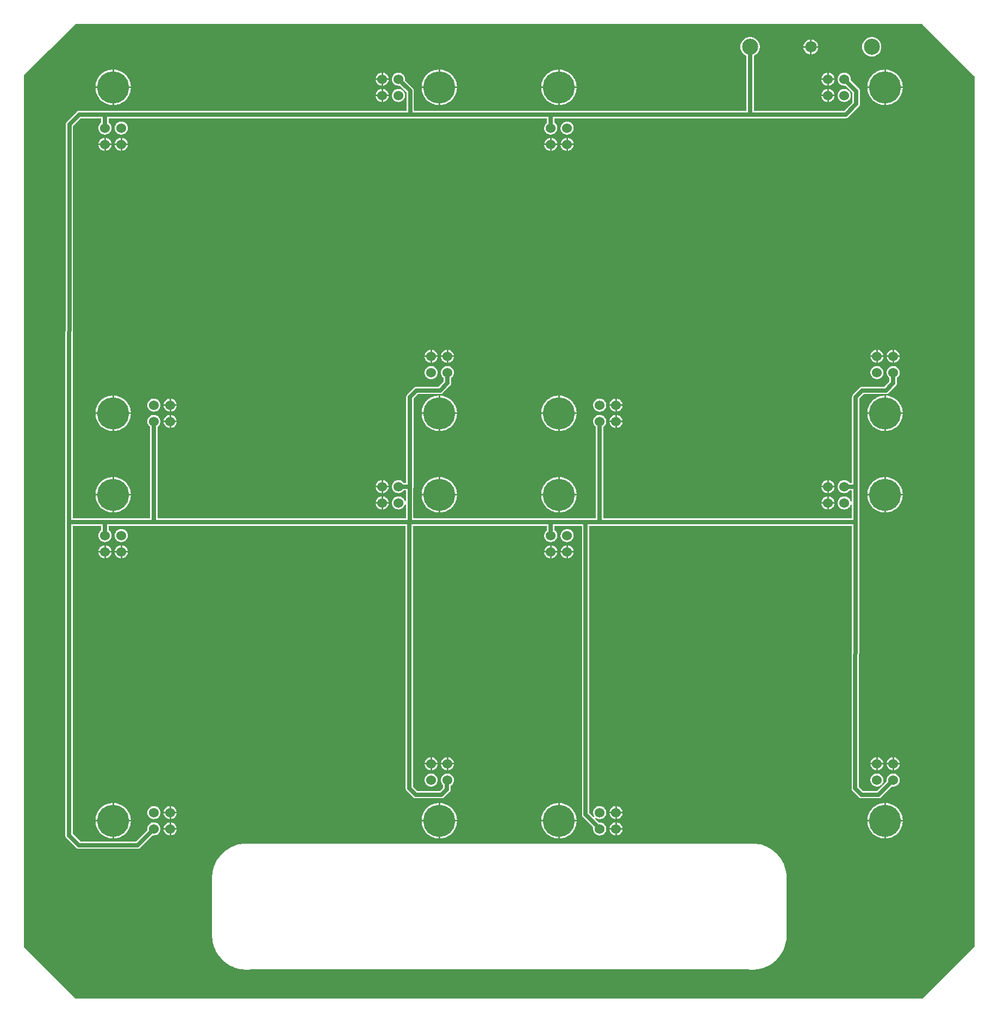
<source format=gtl>
G04 Layer: TopLayer*
G04 EasyEDA v6.5.22, 2023-04-02 16:23:41*
G04 0d5d065aeb9341cc8506dd620d600087,5a6b42c53f6a479593ecc07194224c93,10*
G04 Gerber Generator version 0.2*
G04 Scale: 100 percent, Rotated: No, Reflected: No *
G04 Dimensions in millimeters *
G04 leading zeros omitted , absolute positions ,4 integer and 5 decimal *
%FSLAX45Y45*%
%MOMM*%

%ADD10C,0.6350*%
%ADD11C,5.0000*%
%ADD12C,1.5240*%
%ADD13C,2.5000*%
%ADD14C,1.8000*%
%ADD15C,0.0167*%

%LPD*%
G36*
X7380935Y25908D02*
G01*
X7377074Y26670D01*
X7373772Y28905D01*
X6569405Y833272D01*
X6567170Y836574D01*
X6566408Y840435D01*
X6566408Y14414347D01*
X6567220Y14418310D01*
X6569456Y14421612D01*
X7373620Y15211196D01*
X7376922Y15213330D01*
X7380731Y15214092D01*
X20559064Y15214092D01*
X20562925Y15213330D01*
X20566227Y15211094D01*
X21370594Y14406727D01*
X21372830Y14403425D01*
X21373592Y14399564D01*
X21373592Y840435D01*
X21372830Y836574D01*
X21370594Y833272D01*
X20566227Y28905D01*
X20562925Y26670D01*
X20559064Y25908D01*
G37*

%LPC*%
G36*
X18839078Y14871700D02*
G01*
X18941440Y14871700D01*
X18941338Y14873528D01*
X18938595Y14887803D01*
X18934125Y14901672D01*
X18927927Y14914829D01*
X18920104Y14927122D01*
X18910808Y14938349D01*
X18900241Y14948306D01*
X18888456Y14956840D01*
X18875705Y14963851D01*
X18862141Y14969236D01*
X18848070Y14972842D01*
X18839078Y14973960D01*
G37*
G36*
X18711265Y14871700D02*
G01*
X18813678Y14871700D01*
X18813678Y14973960D01*
X18804636Y14972842D01*
X18790564Y14969236D01*
X18777000Y14963851D01*
X18764250Y14956840D01*
X18752464Y14948306D01*
X18741898Y14938349D01*
X18732601Y14927122D01*
X18724778Y14914829D01*
X18718580Y14901672D01*
X18714110Y14887803D01*
X18711367Y14873528D01*
G37*
G36*
X7424470Y2360676D02*
G01*
X8338921Y2360676D01*
X8348827Y2361488D01*
X8358022Y2363825D01*
X8366759Y2367635D01*
X8374786Y2372918D01*
X8380323Y2377795D01*
X8570772Y2568244D01*
X8573363Y2570124D01*
X8576411Y2571089D01*
X8579662Y2571038D01*
X8582812Y2570530D01*
X8596426Y2570073D01*
X8609990Y2571445D01*
X8623249Y2574594D01*
X8636000Y2579522D01*
X8647938Y2586075D01*
X8658910Y2594152D01*
X8668715Y2603652D01*
X8677148Y2614320D01*
X8684107Y2626055D01*
X8689441Y2638602D01*
X8693048Y2651760D01*
X8694877Y2665272D01*
X8694877Y2678938D01*
X8693048Y2692450D01*
X8689441Y2705608D01*
X8684107Y2718155D01*
X8677148Y2729890D01*
X8668715Y2740558D01*
X8658910Y2750058D01*
X8647938Y2758135D01*
X8636000Y2764688D01*
X8623249Y2769616D01*
X8609990Y2772765D01*
X8596426Y2774137D01*
X8582812Y2773680D01*
X8569350Y2771394D01*
X8556294Y2767380D01*
X8543950Y2761640D01*
X8532469Y2754274D01*
X8522055Y2745486D01*
X8512911Y2735376D01*
X8505190Y2724150D01*
X8499043Y2711958D01*
X8494572Y2699054D01*
X8491829Y2685694D01*
X8490915Y2672130D01*
X8491982Y2657449D01*
X8491321Y2653182D01*
X8488984Y2649575D01*
X8318398Y2478989D01*
X8315147Y2476754D01*
X8311235Y2475992D01*
X7452258Y2475992D01*
X7448346Y2476754D01*
X7445095Y2478989D01*
X7333691Y2590393D01*
X7331456Y2593644D01*
X7330694Y2597556D01*
X7330694Y7387081D01*
X7331456Y7390993D01*
X7333691Y7394244D01*
X7336942Y7396480D01*
X7340853Y7397242D01*
X7763154Y7397242D01*
X7767066Y7396480D01*
X7770368Y7394244D01*
X7772552Y7390993D01*
X7773314Y7387081D01*
X7773314Y7333437D01*
X7772806Y7330186D01*
X7771282Y7327290D01*
X7757617Y7315047D01*
X7748828Y7304633D01*
X7741462Y7293152D01*
X7735722Y7280808D01*
X7731709Y7267752D01*
X7729423Y7254341D01*
X7728966Y7240676D01*
X7730337Y7227112D01*
X7733487Y7213853D01*
X7738414Y7201153D01*
X7744968Y7189165D01*
X7753045Y7178192D01*
X7762544Y7168388D01*
X7773212Y7159955D01*
X7784947Y7152995D01*
X7797495Y7147661D01*
X7810652Y7144054D01*
X7824165Y7142225D01*
X7837830Y7142225D01*
X7851343Y7144054D01*
X7864500Y7147661D01*
X7877048Y7152995D01*
X7888782Y7159955D01*
X7899501Y7168388D01*
X7908950Y7178192D01*
X7917027Y7189165D01*
X7923580Y7201153D01*
X7928508Y7213853D01*
X7931658Y7227112D01*
X7933029Y7240676D01*
X7932572Y7254341D01*
X7930286Y7267752D01*
X7926273Y7280808D01*
X7920532Y7293152D01*
X7913166Y7304633D01*
X7904378Y7315047D01*
X7890713Y7327290D01*
X7889189Y7330186D01*
X7888630Y7333437D01*
X7888630Y7387081D01*
X7889443Y7390993D01*
X7891627Y7394244D01*
X7894929Y7396480D01*
X7898790Y7397242D01*
X12505182Y7397242D01*
X12509093Y7396480D01*
X12512344Y7394244D01*
X12514580Y7390993D01*
X12515342Y7387081D01*
X12515342Y3302406D01*
X12516154Y3292500D01*
X12518491Y3283305D01*
X12522301Y3274567D01*
X12527584Y3266541D01*
X12532461Y3261004D01*
X12628727Y3164738D01*
X12636296Y3158337D01*
X12644475Y3153460D01*
X12653314Y3150006D01*
X12662763Y3148025D01*
X12670078Y3147568D01*
X13072719Y3147568D01*
X13082625Y3148380D01*
X13091820Y3150717D01*
X13100558Y3154527D01*
X13108584Y3159810D01*
X13114121Y3164687D01*
X13197687Y3248253D01*
X13204088Y3255822D01*
X13208965Y3264001D01*
X13212419Y3272840D01*
X13214400Y3282289D01*
X13214857Y3289604D01*
X13214857Y3339439D01*
X13215366Y3342640D01*
X13216890Y3345535D01*
X13219277Y3347821D01*
X13228269Y3353968D01*
X13238378Y3363112D01*
X13247166Y3373526D01*
X13254532Y3385058D01*
X13260273Y3397402D01*
X13264286Y3410458D01*
X13266572Y3423869D01*
X13267029Y3437534D01*
X13265657Y3451098D01*
X13262508Y3464356D01*
X13257580Y3477056D01*
X13251027Y3489045D01*
X13242950Y3500018D01*
X13233450Y3509822D01*
X13222782Y3518255D01*
X13211048Y3525215D01*
X13198500Y3530549D01*
X13185343Y3534156D01*
X13171830Y3535984D01*
X13158165Y3535984D01*
X13144652Y3534156D01*
X13131495Y3530549D01*
X13118947Y3525215D01*
X13107212Y3518255D01*
X13096544Y3509822D01*
X13087045Y3500018D01*
X13078968Y3489045D01*
X13072414Y3477056D01*
X13067487Y3464356D01*
X13064337Y3451098D01*
X13062965Y3437534D01*
X13063423Y3423869D01*
X13065709Y3410458D01*
X13069722Y3397402D01*
X13075462Y3385058D01*
X13082828Y3373526D01*
X13091617Y3363112D01*
X13096189Y3358997D01*
X13098678Y3355594D01*
X13099542Y3351479D01*
X13099542Y3317392D01*
X13098780Y3313480D01*
X13096544Y3310229D01*
X13052196Y3265881D01*
X13048945Y3263646D01*
X13045033Y3262884D01*
X12697866Y3262884D01*
X12693954Y3263646D01*
X12690703Y3265881D01*
X12633655Y3322929D01*
X12631420Y3326180D01*
X12630658Y3330092D01*
X12630658Y7387081D01*
X12631420Y7390993D01*
X12633655Y7394244D01*
X12636906Y7396480D01*
X12640818Y7397242D01*
X14707260Y7397242D01*
X14711172Y7396480D01*
X14714474Y7394244D01*
X14716658Y7390993D01*
X14717420Y7387081D01*
X14717420Y7333437D01*
X14716912Y7330186D01*
X14715388Y7327290D01*
X14701723Y7315047D01*
X14692934Y7304633D01*
X14685568Y7293152D01*
X14679828Y7280808D01*
X14675815Y7267752D01*
X14673529Y7254341D01*
X14673072Y7240676D01*
X14674443Y7227112D01*
X14677593Y7213853D01*
X14682520Y7201153D01*
X14689074Y7189165D01*
X14697151Y7178192D01*
X14706600Y7168388D01*
X14717318Y7159955D01*
X14729053Y7152995D01*
X14741601Y7147661D01*
X14754758Y7144054D01*
X14768271Y7142225D01*
X14781936Y7142225D01*
X14795449Y7144054D01*
X14808606Y7147661D01*
X14821154Y7152995D01*
X14832888Y7159955D01*
X14843556Y7168388D01*
X14853056Y7178192D01*
X14861133Y7189165D01*
X14867686Y7201153D01*
X14872614Y7213853D01*
X14875763Y7227112D01*
X14877135Y7240676D01*
X14876678Y7254341D01*
X14874392Y7267752D01*
X14870379Y7280808D01*
X14864638Y7293152D01*
X14857272Y7304633D01*
X14848484Y7315047D01*
X14834819Y7327290D01*
X14833295Y7330186D01*
X14832736Y7333437D01*
X14832736Y7387081D01*
X14833549Y7390993D01*
X14835733Y7394244D01*
X14839035Y7396480D01*
X14842896Y7397242D01*
X15249702Y7397242D01*
X15253563Y7396480D01*
X15256865Y7394244D01*
X15259050Y7390993D01*
X15259862Y7387081D01*
X15259862Y2896006D01*
X15260675Y2886100D01*
X15263012Y2876905D01*
X15266822Y2868168D01*
X15272105Y2860141D01*
X15276931Y2854604D01*
X15433751Y2697784D01*
X15435681Y2695092D01*
X15436646Y2691942D01*
X15436545Y2688590D01*
X15435935Y2685694D01*
X15435021Y2672080D01*
X15435935Y2658516D01*
X15438628Y2645156D01*
X15443149Y2632252D01*
X15449296Y2620060D01*
X15457017Y2608834D01*
X15466161Y2598724D01*
X15476575Y2589936D01*
X15488056Y2582570D01*
X15500400Y2576830D01*
X15513456Y2572816D01*
X15526867Y2570530D01*
X15540532Y2570073D01*
X15554096Y2571445D01*
X15567355Y2574594D01*
X15580055Y2579522D01*
X15592044Y2586075D01*
X15603016Y2594152D01*
X15612821Y2603652D01*
X15621254Y2614320D01*
X15628213Y2626055D01*
X15633547Y2638602D01*
X15637154Y2651760D01*
X15638983Y2665272D01*
X15638983Y2678938D01*
X15637154Y2692450D01*
X15633547Y2705608D01*
X15628213Y2718155D01*
X15621254Y2729890D01*
X15612821Y2740558D01*
X15603016Y2750058D01*
X15592044Y2758135D01*
X15580055Y2764688D01*
X15567355Y2769616D01*
X15554096Y2772765D01*
X15540532Y2774137D01*
X15525699Y2773578D01*
X15521584Y2774238D01*
X15518130Y2776524D01*
X15470987Y2823616D01*
X15468701Y2827172D01*
X15468041Y2831338D01*
X15469107Y2835402D01*
X15471749Y2838704D01*
X15475508Y2840634D01*
X15479725Y2840888D01*
X15483636Y2839364D01*
X15488056Y2836570D01*
X15500400Y2830830D01*
X15513456Y2826816D01*
X15526867Y2824530D01*
X15540532Y2824073D01*
X15554096Y2825445D01*
X15567355Y2828594D01*
X15580055Y2833522D01*
X15592044Y2840075D01*
X15603016Y2848152D01*
X15612821Y2857652D01*
X15621254Y2868320D01*
X15628213Y2880055D01*
X15633547Y2892602D01*
X15637154Y2905760D01*
X15638983Y2919272D01*
X15638983Y2932938D01*
X15637154Y2946450D01*
X15633547Y2959608D01*
X15628213Y2972155D01*
X15621254Y2983890D01*
X15612821Y2994558D01*
X15603016Y3004058D01*
X15592044Y3012135D01*
X15580055Y3018688D01*
X15567355Y3023616D01*
X15554096Y3026765D01*
X15540532Y3028137D01*
X15526867Y3027680D01*
X15513456Y3025394D01*
X15500400Y3021380D01*
X15488056Y3015640D01*
X15476575Y3008274D01*
X15466161Y2999486D01*
X15457017Y2989376D01*
X15449296Y2978150D01*
X15443149Y2965958D01*
X15438628Y2953054D01*
X15435935Y2939694D01*
X15435021Y2926080D01*
X15435935Y2912516D01*
X15438628Y2899156D01*
X15443149Y2886252D01*
X15449296Y2874060D01*
X15451378Y2869438D01*
X15451226Y2865170D01*
X15449346Y2861360D01*
X15446095Y2858617D01*
X15441980Y2857500D01*
X15437764Y2858109D01*
X15434208Y2860446D01*
X15378125Y2916529D01*
X15375940Y2919780D01*
X15375178Y2923692D01*
X15375178Y7387081D01*
X15375940Y7390993D01*
X15378125Y7394244D01*
X15381427Y7396480D01*
X15385338Y7397242D01*
X19453301Y7397242D01*
X19457162Y7396480D01*
X19460464Y7394244D01*
X19462699Y7390942D01*
X19463461Y7387081D01*
X19459448Y3302457D01*
X19460260Y3292551D01*
X19462597Y3283356D01*
X19466407Y3274618D01*
X19471640Y3266541D01*
X19476567Y3261004D01*
X19572833Y3164738D01*
X19580402Y3158337D01*
X19588581Y3153460D01*
X19597420Y3150006D01*
X19606869Y3148025D01*
X19614184Y3147568D01*
X19879818Y3147568D01*
X19889724Y3148380D01*
X19898918Y3150717D01*
X19907656Y3154527D01*
X19915682Y3159810D01*
X19921220Y3164687D01*
X20086624Y3330092D01*
X20090231Y3332429D01*
X20094498Y3333038D01*
X20109129Y3332022D01*
X20122692Y3332937D01*
X20136053Y3335629D01*
X20148956Y3340100D01*
X20161148Y3346246D01*
X20172375Y3353968D01*
X20182484Y3363112D01*
X20191272Y3373526D01*
X20198638Y3385058D01*
X20204379Y3397402D01*
X20208392Y3410458D01*
X20210678Y3423869D01*
X20211135Y3437534D01*
X20209764Y3451098D01*
X20206614Y3464356D01*
X20201686Y3477056D01*
X20195133Y3489045D01*
X20187056Y3500018D01*
X20177556Y3509822D01*
X20166888Y3518255D01*
X20155154Y3525215D01*
X20142606Y3530549D01*
X20129449Y3534156D01*
X20115936Y3535984D01*
X20102271Y3535984D01*
X20088758Y3534156D01*
X20075601Y3530549D01*
X20063053Y3525215D01*
X20051318Y3518255D01*
X20040650Y3509822D01*
X20031151Y3500018D01*
X20023074Y3489045D01*
X20016520Y3477056D01*
X20011593Y3464356D01*
X20008443Y3451098D01*
X20007072Y3437534D01*
X20007529Y3423869D01*
X20008088Y3420668D01*
X20008088Y3417468D01*
X20007122Y3414369D01*
X20005243Y3411778D01*
X19946569Y3353104D01*
X19942860Y3350768D01*
X19938949Y3350260D01*
X19938492Y3346399D01*
X19936104Y3342640D01*
X19859294Y3265881D01*
X19856043Y3263646D01*
X19852132Y3262884D01*
X19641972Y3262884D01*
X19638060Y3263646D01*
X19634809Y3265881D01*
X19577761Y3322878D01*
X19575576Y3326180D01*
X19574814Y3330092D01*
X19578828Y7454900D01*
X19578828Y7983931D01*
X19579132Y7986471D01*
X19581723Y7996631D01*
X19582587Y8006537D01*
X19582587Y9375038D01*
X19583349Y9378899D01*
X19585533Y9382201D01*
X19647408Y9444075D01*
X19650710Y9446260D01*
X19654570Y9447022D01*
X19994372Y9447022D01*
X20004278Y9447885D01*
X20013523Y9450222D01*
X20022210Y9454032D01*
X20030287Y9459315D01*
X20035774Y9464141D01*
X20149566Y9577933D01*
X20156017Y9585502D01*
X20160894Y9593681D01*
X20164348Y9602571D01*
X20166330Y9611969D01*
X20166787Y9619335D01*
X20166787Y9694773D01*
X20167295Y9698024D01*
X20168819Y9700920D01*
X20182484Y9713112D01*
X20191272Y9723526D01*
X20198638Y9735058D01*
X20204379Y9747402D01*
X20208392Y9760458D01*
X20210678Y9773869D01*
X20211135Y9787534D01*
X20209764Y9801098D01*
X20206614Y9814356D01*
X20201686Y9827056D01*
X20195133Y9839045D01*
X20187056Y9850018D01*
X20177556Y9859822D01*
X20166888Y9868255D01*
X20155154Y9875215D01*
X20142606Y9880549D01*
X20129449Y9884156D01*
X20115936Y9885984D01*
X20102271Y9885984D01*
X20088758Y9884156D01*
X20075601Y9880549D01*
X20063053Y9875215D01*
X20051318Y9868255D01*
X20040650Y9859822D01*
X20031151Y9850018D01*
X20023074Y9839045D01*
X20016520Y9827056D01*
X20011593Y9814356D01*
X20008443Y9801098D01*
X20007072Y9787534D01*
X20007529Y9773869D01*
X20009815Y9760458D01*
X20013828Y9747402D01*
X20019568Y9735058D01*
X20026934Y9723526D01*
X20035723Y9713112D01*
X20049388Y9700920D01*
X20050912Y9698024D01*
X20051471Y9694773D01*
X20051471Y9647072D01*
X20050658Y9643211D01*
X20048474Y9639909D01*
X19973899Y9565335D01*
X19970597Y9563150D01*
X19966736Y9562338D01*
X19626935Y9562338D01*
X19617029Y9561525D01*
X19607784Y9559188D01*
X19599097Y9555378D01*
X19591020Y9550095D01*
X19585533Y9545269D01*
X19484441Y9444177D01*
X19477990Y9436608D01*
X19473113Y9428429D01*
X19469658Y9419539D01*
X19467677Y9410141D01*
X19467271Y9402775D01*
X19467271Y8073898D01*
X19466458Y8069986D01*
X19464274Y8066735D01*
X19460972Y8064500D01*
X19457111Y8063738D01*
X19436435Y8063738D01*
X19433184Y8064246D01*
X19430288Y8065770D01*
X19427240Y8069376D01*
X19418046Y8079486D01*
X19407632Y8088274D01*
X19396151Y8095640D01*
X19383806Y8101380D01*
X19370751Y8105394D01*
X19357340Y8107680D01*
X19343674Y8108137D01*
X19330111Y8106765D01*
X19316852Y8103616D01*
X19304152Y8098688D01*
X19292163Y8092135D01*
X19281190Y8084058D01*
X19271386Y8074558D01*
X19262953Y8063890D01*
X19255994Y8052155D01*
X19250660Y8039608D01*
X19247053Y8026450D01*
X19245224Y8012938D01*
X19245224Y7999272D01*
X19247053Y7985759D01*
X19250660Y7972602D01*
X19255994Y7960055D01*
X19262953Y7948320D01*
X19271386Y7937601D01*
X19281190Y7928152D01*
X19292163Y7920075D01*
X19304152Y7913522D01*
X19316852Y7908594D01*
X19330111Y7905445D01*
X19343674Y7904073D01*
X19357340Y7904530D01*
X19370751Y7906816D01*
X19383806Y7910830D01*
X19396151Y7916570D01*
X19407632Y7923936D01*
X19418046Y7932724D01*
X19430288Y7946390D01*
X19433184Y7947914D01*
X19436384Y7948422D01*
X19453352Y7948422D01*
X19457263Y7947659D01*
X19460514Y7945424D01*
X19462750Y7942173D01*
X19463512Y7938262D01*
X19463512Y7787589D01*
X19462699Y7783626D01*
X19460413Y7780274D01*
X19457009Y7778140D01*
X19452996Y7777429D01*
X19449084Y7778394D01*
X19445833Y7780781D01*
X19443750Y7784287D01*
X19441109Y7791958D01*
X19434911Y7804099D01*
X19427240Y7815376D01*
X19418046Y7825486D01*
X19407632Y7834274D01*
X19396151Y7841640D01*
X19383806Y7847380D01*
X19370751Y7851394D01*
X19357340Y7853680D01*
X19343674Y7854137D01*
X19330111Y7852765D01*
X19316852Y7849616D01*
X19304152Y7844688D01*
X19292163Y7838135D01*
X19281190Y7830058D01*
X19271386Y7820558D01*
X19262953Y7809890D01*
X19255994Y7798155D01*
X19250660Y7785608D01*
X19247053Y7772450D01*
X19245224Y7758938D01*
X19245224Y7745272D01*
X19247053Y7731759D01*
X19250660Y7718602D01*
X19255994Y7706055D01*
X19262953Y7694320D01*
X19271386Y7683601D01*
X19281190Y7674152D01*
X19292163Y7666075D01*
X19304152Y7659522D01*
X19316852Y7654594D01*
X19330111Y7651445D01*
X19343674Y7650073D01*
X19357340Y7650530D01*
X19370751Y7652816D01*
X19383806Y7656830D01*
X19396151Y7662570D01*
X19407632Y7669936D01*
X19418046Y7678724D01*
X19427240Y7688834D01*
X19434911Y7700060D01*
X19441109Y7712252D01*
X19443750Y7719923D01*
X19445833Y7723428D01*
X19449084Y7725816D01*
X19452996Y7726730D01*
X19457009Y7726070D01*
X19460413Y7723886D01*
X19462699Y7720584D01*
X19463512Y7716621D01*
X19463512Y7522718D01*
X19462750Y7518806D01*
X19460514Y7515555D01*
X19457263Y7513320D01*
X19453352Y7512558D01*
X15604947Y7512558D01*
X15601035Y7513320D01*
X15597733Y7515555D01*
X15595549Y7518806D01*
X15594787Y7522718D01*
X15594787Y8932926D01*
X15595244Y8936075D01*
X15596666Y8938869D01*
X15598901Y8941104D01*
X15603016Y8944152D01*
X15612821Y8953652D01*
X15621254Y8964320D01*
X15628213Y8976055D01*
X15633547Y8988602D01*
X15637154Y9001760D01*
X15638983Y9015272D01*
X15638983Y9028938D01*
X15637154Y9042450D01*
X15633547Y9055608D01*
X15628213Y9068155D01*
X15621254Y9079890D01*
X15612821Y9090558D01*
X15603016Y9100058D01*
X15592044Y9108135D01*
X15580055Y9114688D01*
X15567355Y9119616D01*
X15554096Y9122765D01*
X15540532Y9124137D01*
X15526867Y9123680D01*
X15513456Y9121394D01*
X15500400Y9117380D01*
X15488056Y9111640D01*
X15476575Y9104274D01*
X15466161Y9095486D01*
X15457017Y9085376D01*
X15449296Y9074150D01*
X15443149Y9061958D01*
X15438628Y9049054D01*
X15435935Y9035694D01*
X15435021Y9022080D01*
X15435935Y9008516D01*
X15438628Y8995156D01*
X15443149Y8982252D01*
X15449296Y8970060D01*
X15457017Y8958834D01*
X15466161Y8948724D01*
X15475864Y8940495D01*
X15478506Y8937040D01*
X15479471Y8932773D01*
X15479471Y7522718D01*
X15478658Y7518806D01*
X15476474Y7515555D01*
X15473172Y7513320D01*
X15469311Y7512558D01*
X12644882Y7512558D01*
X12640970Y7513320D01*
X12637719Y7515555D01*
X12635484Y7518806D01*
X12634722Y7522718D01*
X12634722Y7983931D01*
X12635026Y7986471D01*
X12637617Y7996631D01*
X12638481Y8006537D01*
X12638481Y9375038D01*
X12639243Y9378899D01*
X12641427Y9382201D01*
X12703302Y9444075D01*
X12706604Y9446260D01*
X12710464Y9447022D01*
X13050265Y9447022D01*
X13060171Y9447885D01*
X13069417Y9450222D01*
X13078104Y9454032D01*
X13086181Y9459315D01*
X13091668Y9464141D01*
X13205460Y9577933D01*
X13211911Y9585502D01*
X13216788Y9593681D01*
X13220242Y9602571D01*
X13222224Y9611969D01*
X13222681Y9619335D01*
X13222681Y9694773D01*
X13223189Y9698024D01*
X13224713Y9700920D01*
X13238378Y9713112D01*
X13247166Y9723526D01*
X13254532Y9735058D01*
X13260273Y9747402D01*
X13264286Y9760458D01*
X13266572Y9773869D01*
X13267029Y9787534D01*
X13265657Y9801098D01*
X13262508Y9814356D01*
X13257580Y9827056D01*
X13251027Y9839045D01*
X13242950Y9850018D01*
X13233450Y9859822D01*
X13222782Y9868255D01*
X13211048Y9875215D01*
X13198500Y9880549D01*
X13185343Y9884156D01*
X13171830Y9885984D01*
X13158165Y9885984D01*
X13144652Y9884156D01*
X13131495Y9880549D01*
X13118947Y9875215D01*
X13107212Y9868255D01*
X13096544Y9859822D01*
X13087045Y9850018D01*
X13078968Y9839045D01*
X13072414Y9827056D01*
X13067487Y9814356D01*
X13064337Y9801098D01*
X13062965Y9787534D01*
X13063423Y9773869D01*
X13065709Y9760458D01*
X13069722Y9747402D01*
X13075462Y9735058D01*
X13082828Y9723526D01*
X13091617Y9713112D01*
X13105282Y9700920D01*
X13106806Y9698024D01*
X13107365Y9694773D01*
X13107365Y9647072D01*
X13106552Y9643211D01*
X13104368Y9639909D01*
X13029793Y9565335D01*
X13026491Y9563150D01*
X13022630Y9562338D01*
X12682829Y9562338D01*
X12672923Y9561525D01*
X12663678Y9559188D01*
X12654991Y9555378D01*
X12646914Y9550095D01*
X12641427Y9545269D01*
X12540335Y9444177D01*
X12533884Y9436608D01*
X12529007Y9428429D01*
X12525552Y9419539D01*
X12523571Y9410141D01*
X12523165Y9402775D01*
X12523165Y8073898D01*
X12522352Y8069986D01*
X12520168Y8066735D01*
X12516866Y8064500D01*
X12513005Y8063738D01*
X12492329Y8063738D01*
X12489129Y8064246D01*
X12486233Y8065770D01*
X12473990Y8079486D01*
X12463576Y8088274D01*
X12452045Y8095640D01*
X12439700Y8101380D01*
X12426645Y8105394D01*
X12413234Y8107680D01*
X12399568Y8108137D01*
X12386005Y8106765D01*
X12372746Y8103616D01*
X12360046Y8098688D01*
X12348057Y8092135D01*
X12337084Y8084058D01*
X12327280Y8074558D01*
X12318847Y8063890D01*
X12311888Y8052155D01*
X12306554Y8039608D01*
X12302947Y8026450D01*
X12301118Y8012938D01*
X12301118Y7999272D01*
X12302947Y7985759D01*
X12306554Y7972602D01*
X12311888Y7960055D01*
X12318847Y7948320D01*
X12327280Y7937601D01*
X12337084Y7928152D01*
X12348057Y7920075D01*
X12360046Y7913522D01*
X12372746Y7908594D01*
X12386005Y7905445D01*
X12399568Y7904073D01*
X12413234Y7904530D01*
X12426645Y7906816D01*
X12439700Y7910830D01*
X12452045Y7916570D01*
X12463576Y7923936D01*
X12473990Y7932724D01*
X12486182Y7946390D01*
X12489078Y7947914D01*
X12492278Y7948422D01*
X12509246Y7948422D01*
X12513157Y7947659D01*
X12516408Y7945424D01*
X12518644Y7942173D01*
X12519406Y7938262D01*
X12519406Y7787640D01*
X12518593Y7783626D01*
X12516307Y7780324D01*
X12512903Y7778140D01*
X12508890Y7777480D01*
X12504978Y7778394D01*
X12501727Y7780781D01*
X12499644Y7784287D01*
X12497003Y7791958D01*
X12490856Y7804099D01*
X12483134Y7815376D01*
X12473990Y7825486D01*
X12463576Y7834274D01*
X12452045Y7841640D01*
X12439700Y7847380D01*
X12426645Y7851394D01*
X12413234Y7853680D01*
X12399568Y7854137D01*
X12386005Y7852765D01*
X12372746Y7849616D01*
X12360046Y7844688D01*
X12348057Y7838135D01*
X12337084Y7830058D01*
X12327280Y7820558D01*
X12318847Y7809890D01*
X12311888Y7798155D01*
X12306554Y7785608D01*
X12302947Y7772450D01*
X12301118Y7758938D01*
X12301118Y7745272D01*
X12302947Y7731759D01*
X12306554Y7718602D01*
X12311888Y7706055D01*
X12318847Y7694320D01*
X12327280Y7683601D01*
X12337084Y7674152D01*
X12348057Y7666075D01*
X12360046Y7659522D01*
X12372746Y7654594D01*
X12386005Y7651445D01*
X12399568Y7650073D01*
X12413234Y7650530D01*
X12426645Y7652816D01*
X12439700Y7656830D01*
X12452045Y7662570D01*
X12463576Y7669936D01*
X12473990Y7678724D01*
X12483134Y7688834D01*
X12490856Y7700060D01*
X12497003Y7712252D01*
X12499644Y7719923D01*
X12501727Y7723378D01*
X12504978Y7725816D01*
X12508890Y7726730D01*
X12512903Y7726070D01*
X12516307Y7723886D01*
X12518593Y7720533D01*
X12519406Y7716570D01*
X12519406Y7522718D01*
X12518644Y7518806D01*
X12516408Y7515555D01*
X12513157Y7513320D01*
X12509246Y7512558D01*
X8660841Y7512558D01*
X8656929Y7513320D01*
X8653627Y7515555D01*
X8651443Y7518806D01*
X8650681Y7522718D01*
X8650681Y8932926D01*
X8651138Y8936075D01*
X8652560Y8938869D01*
X8654796Y8941104D01*
X8658910Y8944152D01*
X8668715Y8953652D01*
X8677148Y8964320D01*
X8684107Y8976055D01*
X8689441Y8988602D01*
X8693048Y9001760D01*
X8694877Y9015272D01*
X8694877Y9028938D01*
X8693048Y9042450D01*
X8689441Y9055608D01*
X8684107Y9068155D01*
X8677148Y9079890D01*
X8668715Y9090558D01*
X8658910Y9100058D01*
X8647938Y9108135D01*
X8636000Y9114688D01*
X8623249Y9119616D01*
X8609990Y9122765D01*
X8596426Y9124137D01*
X8582812Y9123680D01*
X8569350Y9121394D01*
X8556294Y9117380D01*
X8543950Y9111640D01*
X8532469Y9104274D01*
X8522055Y9095486D01*
X8512911Y9085376D01*
X8505190Y9074150D01*
X8499043Y9061958D01*
X8494572Y9049054D01*
X8491829Y9035694D01*
X8490915Y9022080D01*
X8491829Y9008516D01*
X8494572Y8995156D01*
X8499043Y8982252D01*
X8505190Y8970060D01*
X8512911Y8958834D01*
X8522055Y8948724D01*
X8531758Y8940495D01*
X8534400Y8937040D01*
X8535365Y8932773D01*
X8535365Y7522718D01*
X8534552Y7518806D01*
X8532368Y7515555D01*
X8529066Y7513320D01*
X8525205Y7512558D01*
X7340853Y7512558D01*
X7336942Y7513320D01*
X7333691Y7515555D01*
X7331456Y7518806D01*
X7330694Y7522718D01*
X7334758Y13210489D01*
X7334758Y13624407D01*
X7335520Y13628319D01*
X7337755Y13631570D01*
X7450429Y13744244D01*
X7453680Y13746480D01*
X7457592Y13747242D01*
X7763154Y13747242D01*
X7767066Y13746480D01*
X7770368Y13744244D01*
X7772552Y13740993D01*
X7773314Y13737082D01*
X7773314Y13683437D01*
X7772806Y13680186D01*
X7771282Y13677290D01*
X7757617Y13665047D01*
X7748828Y13654633D01*
X7741462Y13643152D01*
X7735722Y13630808D01*
X7731709Y13617752D01*
X7729423Y13604341D01*
X7728966Y13590676D01*
X7730337Y13577112D01*
X7733487Y13563854D01*
X7738414Y13551154D01*
X7744968Y13539165D01*
X7753045Y13528192D01*
X7762544Y13518388D01*
X7773212Y13509955D01*
X7784947Y13502995D01*
X7797495Y13497661D01*
X7810652Y13494054D01*
X7824165Y13492226D01*
X7837830Y13492226D01*
X7851343Y13494054D01*
X7864500Y13497661D01*
X7877048Y13502995D01*
X7888782Y13509955D01*
X7899501Y13518388D01*
X7908950Y13528192D01*
X7917027Y13539165D01*
X7923580Y13551154D01*
X7928508Y13563854D01*
X7931658Y13577112D01*
X7933029Y13590676D01*
X7932572Y13604341D01*
X7930286Y13617752D01*
X7926273Y13630808D01*
X7920532Y13643152D01*
X7913166Y13654633D01*
X7904378Y13665047D01*
X7890713Y13677290D01*
X7889189Y13680186D01*
X7888630Y13683437D01*
X7888630Y13737082D01*
X7889443Y13740993D01*
X7891627Y13744244D01*
X7894929Y13746480D01*
X7898790Y13747242D01*
X14707260Y13747242D01*
X14711172Y13746480D01*
X14714474Y13744244D01*
X14716658Y13740993D01*
X14717420Y13737082D01*
X14717420Y13683437D01*
X14716912Y13680186D01*
X14715388Y13677290D01*
X14701723Y13665047D01*
X14692934Y13654633D01*
X14685568Y13643152D01*
X14679828Y13630808D01*
X14675815Y13617752D01*
X14673529Y13604341D01*
X14673072Y13590676D01*
X14674443Y13577112D01*
X14677593Y13563854D01*
X14682520Y13551154D01*
X14689074Y13539165D01*
X14697151Y13528192D01*
X14706600Y13518388D01*
X14717318Y13509955D01*
X14729053Y13502995D01*
X14741601Y13497661D01*
X14754758Y13494054D01*
X14768271Y13492226D01*
X14781936Y13492226D01*
X14795449Y13494054D01*
X14808606Y13497661D01*
X14821154Y13502995D01*
X14832888Y13509955D01*
X14843556Y13518388D01*
X14853056Y13528192D01*
X14861133Y13539165D01*
X14867686Y13551154D01*
X14872614Y13563854D01*
X14875763Y13577112D01*
X14877135Y13590676D01*
X14876678Y13604341D01*
X14874392Y13617752D01*
X14870379Y13630808D01*
X14864638Y13643152D01*
X14857272Y13654633D01*
X14848484Y13665047D01*
X14834819Y13677290D01*
X14833295Y13680186D01*
X14832736Y13683437D01*
X14832736Y13737082D01*
X14833549Y13740993D01*
X14835733Y13744244D01*
X14839035Y13746480D01*
X14842896Y13747242D01*
X19367093Y13747242D01*
X19376999Y13748054D01*
X19386194Y13750391D01*
X19394932Y13754201D01*
X19402958Y13759484D01*
X19408495Y13764361D01*
X19573087Y13928953D01*
X19579488Y13936522D01*
X19584365Y13944701D01*
X19587819Y13953540D01*
X19589800Y13962989D01*
X19590258Y13970304D01*
X19590258Y14170151D01*
X19589445Y14180057D01*
X19587108Y14189252D01*
X19583298Y14197990D01*
X19578015Y14206016D01*
X19573138Y14211554D01*
X19451066Y14333626D01*
X19448729Y14337233D01*
X19448119Y14341500D01*
X19449135Y14356130D01*
X19448221Y14369694D01*
X19445528Y14383054D01*
X19441058Y14395957D01*
X19434911Y14408099D01*
X19427190Y14419376D01*
X19418046Y14429486D01*
X19407632Y14438274D01*
X19396100Y14445640D01*
X19383756Y14451380D01*
X19370700Y14455394D01*
X19357289Y14457680D01*
X19343624Y14458137D01*
X19330060Y14456765D01*
X19316801Y14453616D01*
X19304101Y14448688D01*
X19292112Y14442135D01*
X19281140Y14434057D01*
X19271335Y14424558D01*
X19262902Y14413890D01*
X19255943Y14402155D01*
X19250609Y14389607D01*
X19247002Y14376450D01*
X19245224Y14362938D01*
X19245224Y14349272D01*
X19247002Y14335760D01*
X19250609Y14322602D01*
X19255943Y14310055D01*
X19262902Y14298320D01*
X19271335Y14287601D01*
X19281140Y14278152D01*
X19292112Y14270075D01*
X19304101Y14263522D01*
X19316801Y14258594D01*
X19330060Y14255445D01*
X19343624Y14254073D01*
X19357289Y14254530D01*
X19360489Y14255089D01*
X19363740Y14255089D01*
X19366788Y14254124D01*
X19369379Y14252244D01*
X19427799Y14193824D01*
X19430187Y14190116D01*
X19430796Y14185595D01*
X19435216Y14185036D01*
X19438975Y14182648D01*
X19471944Y14149628D01*
X19474180Y14146377D01*
X19474942Y14142466D01*
X19474942Y13998092D01*
X19474180Y13994180D01*
X19471944Y13990929D01*
X19346570Y13865555D01*
X19343319Y13863319D01*
X19339407Y13862557D01*
X17946624Y13862557D01*
X17942712Y13863319D01*
X17939461Y13865555D01*
X17937226Y13868806D01*
X17936464Y13872718D01*
X17936464Y14713000D01*
X17937226Y14716912D01*
X17939461Y14720214D01*
X17942712Y14722398D01*
X17944287Y14723059D01*
X17959070Y14731238D01*
X17972887Y14741042D01*
X17985486Y14752319D01*
X17996763Y14764918D01*
X18006568Y14778736D01*
X18014746Y14793518D01*
X18021249Y14809165D01*
X18025922Y14825421D01*
X18028767Y14842083D01*
X18029682Y14859000D01*
X18028767Y14875916D01*
X18025922Y14892578D01*
X18021249Y14908834D01*
X18014746Y14924481D01*
X18006568Y14939263D01*
X17996763Y14953081D01*
X17985486Y14965680D01*
X17972887Y14976957D01*
X17959070Y14986762D01*
X17944287Y14994940D01*
X17928640Y15001443D01*
X17912384Y15006116D01*
X17895722Y15008961D01*
X17878806Y15009876D01*
X17861940Y15008961D01*
X17845227Y15006116D01*
X17828971Y15001443D01*
X17813324Y14994940D01*
X17798542Y14986762D01*
X17784724Y14976957D01*
X17772126Y14965680D01*
X17760848Y14953081D01*
X17751044Y14939263D01*
X17742865Y14924481D01*
X17736413Y14908834D01*
X17731689Y14892578D01*
X17728895Y14875916D01*
X17727930Y14859000D01*
X17728895Y14842083D01*
X17731689Y14825421D01*
X17736413Y14809165D01*
X17742865Y14793518D01*
X17751044Y14778736D01*
X17760848Y14764918D01*
X17772126Y14752319D01*
X17784724Y14741042D01*
X17798542Y14731238D01*
X17818150Y14720214D01*
X17820386Y14716912D01*
X17821148Y14713051D01*
X17821148Y13872718D01*
X17820386Y13868806D01*
X17818150Y13865555D01*
X17814899Y13863319D01*
X17810988Y13862557D01*
X12653518Y13862557D01*
X12649657Y13863319D01*
X12646355Y13865555D01*
X12644120Y13868806D01*
X12643358Y13872718D01*
X12643358Y14172793D01*
X12642545Y14182699D01*
X12640208Y14191894D01*
X12636398Y14200632D01*
X12631115Y14208709D01*
X12626289Y14214144D01*
X12507010Y14333626D01*
X12504674Y14337233D01*
X12504064Y14341500D01*
X12505080Y14356130D01*
X12504166Y14369694D01*
X12501473Y14383054D01*
X12497003Y14395957D01*
X12490856Y14408099D01*
X12483134Y14419376D01*
X12473990Y14429486D01*
X12463576Y14438274D01*
X12452045Y14445640D01*
X12439700Y14451380D01*
X12426645Y14455394D01*
X12413234Y14457680D01*
X12399568Y14458137D01*
X12386005Y14456765D01*
X12372746Y14453616D01*
X12360046Y14448688D01*
X12348057Y14442135D01*
X12337084Y14434057D01*
X12327280Y14424558D01*
X12318847Y14413890D01*
X12311888Y14402155D01*
X12306554Y14389607D01*
X12302947Y14376450D01*
X12301118Y14362938D01*
X12301118Y14349272D01*
X12302947Y14335760D01*
X12306554Y14322602D01*
X12311888Y14310055D01*
X12318847Y14298320D01*
X12327280Y14287601D01*
X12337084Y14278152D01*
X12348057Y14270075D01*
X12360046Y14263522D01*
X12372746Y14258594D01*
X12386005Y14255445D01*
X12399568Y14254073D01*
X12413234Y14254530D01*
X12416434Y14255089D01*
X12419634Y14255089D01*
X12422682Y14254124D01*
X12425324Y14252244D01*
X12483338Y14194129D01*
X12485674Y14190421D01*
X12486284Y14186052D01*
X12485674Y14184223D01*
X12487402Y14184782D01*
X12491821Y14184274D01*
X12495580Y14181886D01*
X12525095Y14152321D01*
X12527280Y14149019D01*
X12528042Y14145158D01*
X12528042Y13872718D01*
X12527280Y13868806D01*
X12525095Y13865555D01*
X12521793Y13863319D01*
X12517882Y13862557D01*
X7429906Y13862557D01*
X7420000Y13861745D01*
X7410805Y13859408D01*
X7402068Y13855598D01*
X7394041Y13850315D01*
X7388504Y13845438D01*
X7236612Y13693546D01*
X7230211Y13685977D01*
X7225334Y13677798D01*
X7221880Y13668959D01*
X7219899Y13659510D01*
X7219442Y13652195D01*
X7219442Y13210540D01*
X7215378Y7586522D01*
X7215378Y2569870D01*
X7216190Y2559964D01*
X7218527Y2550769D01*
X7222337Y2542032D01*
X7227620Y2534005D01*
X7232497Y2528468D01*
X7383119Y2377846D01*
X7390688Y2371445D01*
X7398867Y2366568D01*
X7407706Y2363114D01*
X7417155Y2361133D01*
G37*
G36*
X18839078Y14744039D02*
G01*
X18848070Y14745157D01*
X18862141Y14748763D01*
X18875705Y14754148D01*
X18888456Y14761159D01*
X18900241Y14769693D01*
X18910808Y14779650D01*
X18920104Y14790877D01*
X18927927Y14803170D01*
X18934125Y14816328D01*
X18938595Y14830196D01*
X18941338Y14844471D01*
X18941440Y14846300D01*
X18839078Y14846300D01*
G37*
G36*
X18813678Y14744039D02*
G01*
X18813678Y14846300D01*
X18711265Y14846300D01*
X18711367Y14844471D01*
X18714110Y14830196D01*
X18718580Y14816328D01*
X18724778Y14803170D01*
X18732601Y14790877D01*
X18741898Y14779650D01*
X18752464Y14769693D01*
X18764250Y14761159D01*
X18777000Y14754148D01*
X18790564Y14748763D01*
X18804636Y14745157D01*
G37*
G36*
X7970672Y2523642D02*
G01*
X7975295Y2523744D01*
X7998307Y2526182D01*
X8021015Y2530500D01*
X8043265Y2536698D01*
X8064906Y2544775D01*
X8085836Y2554579D01*
X8105851Y2566162D01*
X8124799Y2579319D01*
X8142630Y2594051D01*
X8159140Y2610256D01*
X8174228Y2627731D01*
X8187791Y2646426D01*
X8199780Y2666187D01*
X8210042Y2686862D01*
X8218525Y2708351D01*
X8225231Y2730500D01*
X8230006Y2753106D01*
X8232902Y2776016D01*
X8233359Y2786380D01*
X7970672Y2786380D01*
G37*
G36*
X13050672Y2523642D02*
G01*
X13055295Y2523744D01*
X13078307Y2526182D01*
X13101015Y2530500D01*
X13123265Y2536698D01*
X13144906Y2544775D01*
X13165836Y2554579D01*
X13185851Y2566162D01*
X13204799Y2579319D01*
X13222630Y2594051D01*
X13239140Y2610256D01*
X13254228Y2627731D01*
X13267791Y2646426D01*
X13279780Y2666187D01*
X13290042Y2686862D01*
X13298525Y2708351D01*
X13305231Y2730500D01*
X13310006Y2753106D01*
X13312901Y2776016D01*
X13313359Y2786380D01*
X13050672Y2786380D01*
G37*
G36*
X14914778Y2523642D02*
G01*
X14919401Y2523744D01*
X14942413Y2526182D01*
X14965121Y2530500D01*
X14987371Y2536698D01*
X15009012Y2544775D01*
X15029942Y2554579D01*
X15049906Y2566162D01*
X15068905Y2579319D01*
X15086685Y2594051D01*
X15103195Y2610256D01*
X15118334Y2627731D01*
X15131897Y2646426D01*
X15143886Y2666187D01*
X15154148Y2686862D01*
X15162631Y2708351D01*
X15169337Y2730500D01*
X15174112Y2753106D01*
X15177007Y2776016D01*
X15177465Y2786380D01*
X14914778Y2786380D01*
G37*
G36*
X19994778Y2523642D02*
G01*
X19999401Y2523744D01*
X20022413Y2526182D01*
X20045121Y2530500D01*
X20067371Y2536698D01*
X20089012Y2544775D01*
X20109942Y2554579D01*
X20129906Y2566162D01*
X20148905Y2579319D01*
X20166685Y2594051D01*
X20183195Y2610256D01*
X20198334Y2627731D01*
X20211897Y2646426D01*
X20223886Y2666187D01*
X20234148Y2686862D01*
X20242631Y2708351D01*
X20249337Y2730500D01*
X20254112Y2753106D01*
X20257008Y2776016D01*
X20257465Y2786380D01*
X19994778Y2786380D01*
G37*
G36*
X7945272Y2523693D02*
G01*
X7945272Y2786380D01*
X7682433Y2786380D01*
X7684262Y2764536D01*
X7688122Y2741726D01*
X7693863Y2719374D01*
X7701483Y2697530D01*
X7710881Y2676448D01*
X7722006Y2656179D01*
X7734808Y2636926D01*
X7749133Y2618841D01*
X7764983Y2601976D01*
X7782153Y2586532D01*
X7800543Y2572562D01*
X7820050Y2560167D01*
X7840522Y2549448D01*
X7861808Y2540508D01*
X7883804Y2533345D01*
X7906308Y2528112D01*
X7929168Y2524709D01*
G37*
G36*
X14889378Y2523693D02*
G01*
X14889378Y2786380D01*
X14626539Y2786380D01*
X14628368Y2764536D01*
X14632228Y2741726D01*
X14637969Y2719374D01*
X14645589Y2697530D01*
X14654987Y2676448D01*
X14666112Y2656179D01*
X14678913Y2636926D01*
X14693239Y2618841D01*
X14709038Y2601976D01*
X14726208Y2586532D01*
X14744649Y2572562D01*
X14764156Y2560167D01*
X14784628Y2549448D01*
X14805913Y2540508D01*
X14827910Y2533345D01*
X14850414Y2528112D01*
X14873274Y2524709D01*
G37*
G36*
X13025272Y2523693D02*
G01*
X13025272Y2786380D01*
X12762433Y2786380D01*
X12764262Y2764536D01*
X12768122Y2741726D01*
X12773863Y2719374D01*
X12781483Y2697530D01*
X12790881Y2676448D01*
X12802006Y2656179D01*
X12814808Y2636926D01*
X12829133Y2618841D01*
X12844983Y2601976D01*
X12862153Y2586532D01*
X12880543Y2572562D01*
X12900050Y2560167D01*
X12920522Y2549448D01*
X12941808Y2540508D01*
X12963804Y2533345D01*
X12986308Y2528112D01*
X13009168Y2524709D01*
G37*
G36*
X19969378Y2523693D02*
G01*
X19969378Y2786380D01*
X19706539Y2786380D01*
X19708368Y2764536D01*
X19712228Y2741726D01*
X19717969Y2719374D01*
X19725589Y2697530D01*
X19734987Y2676448D01*
X19746112Y2656179D01*
X19758914Y2636926D01*
X19773239Y2618841D01*
X19789038Y2601976D01*
X19806208Y2586532D01*
X19824649Y2572562D01*
X19844156Y2560167D01*
X19864628Y2549448D01*
X19885914Y2540508D01*
X19907910Y2533345D01*
X19930414Y2528112D01*
X19953274Y2524709D01*
G37*
G36*
X19773900Y14708124D02*
G01*
X19790765Y14709038D01*
X19807478Y14711883D01*
X19823734Y14716556D01*
X19839381Y14723059D01*
X19854164Y14731238D01*
X19867981Y14741042D01*
X19880580Y14752319D01*
X19891857Y14764918D01*
X19901662Y14778736D01*
X19909840Y14793518D01*
X19916292Y14809165D01*
X19921016Y14825421D01*
X19923810Y14842083D01*
X19924776Y14859000D01*
X19923810Y14875916D01*
X19921016Y14892578D01*
X19916292Y14908834D01*
X19909840Y14924481D01*
X19901662Y14939263D01*
X19891857Y14953081D01*
X19880580Y14965680D01*
X19867981Y14976957D01*
X19854164Y14986762D01*
X19839381Y14994940D01*
X19823734Y15001443D01*
X19807478Y15006116D01*
X19790765Y15008961D01*
X19773900Y15009876D01*
X19756983Y15008961D01*
X19740321Y15006116D01*
X19724065Y15001443D01*
X19708418Y14994940D01*
X19693636Y14986762D01*
X19679818Y14976957D01*
X19667220Y14965680D01*
X19655942Y14953081D01*
X19646138Y14939263D01*
X19637959Y14924481D01*
X19631456Y14908834D01*
X19626783Y14892578D01*
X19623938Y14875916D01*
X19623024Y14859000D01*
X19623938Y14842083D01*
X19626783Y14825421D01*
X19631456Y14809165D01*
X19637959Y14793518D01*
X19646138Y14778736D01*
X19655942Y14764918D01*
X19667220Y14752319D01*
X19679818Y14741042D01*
X19693636Y14731238D01*
X19708418Y14723059D01*
X19724065Y14716556D01*
X19740321Y14711883D01*
X19756983Y14709038D01*
G37*
G36*
X12161723Y14368780D02*
G01*
X12250216Y14368780D01*
X12247473Y14383054D01*
X12243003Y14395957D01*
X12236856Y14408099D01*
X12229134Y14419376D01*
X12219990Y14429486D01*
X12209576Y14438274D01*
X12198045Y14445640D01*
X12185700Y14451380D01*
X12172645Y14455394D01*
X12161723Y14457273D01*
G37*
G36*
X15778429Y2570937D02*
G01*
X15778429Y2659380D01*
X15689884Y2659380D01*
X15692628Y2645156D01*
X15697149Y2632252D01*
X15703296Y2620060D01*
X15711017Y2608834D01*
X15720161Y2598724D01*
X15730575Y2589936D01*
X15742056Y2582570D01*
X15754400Y2576830D01*
X15767456Y2572816D01*
G37*
G36*
X8834323Y2570937D02*
G01*
X8834323Y2659380D01*
X8745778Y2659380D01*
X8748572Y2645156D01*
X8753043Y2632252D01*
X8759190Y2620060D01*
X8766911Y2608834D01*
X8776055Y2598724D01*
X8786469Y2589936D01*
X8797950Y2582570D01*
X8810294Y2576830D01*
X8823350Y2572816D01*
G37*
G36*
X15803829Y2570988D02*
G01*
X15808096Y2571445D01*
X15821355Y2574594D01*
X15834055Y2579522D01*
X15846044Y2586075D01*
X15857016Y2594152D01*
X15866821Y2603652D01*
X15875254Y2614320D01*
X15882213Y2626055D01*
X15887547Y2638602D01*
X15891154Y2651760D01*
X15892170Y2659380D01*
X15803829Y2659380D01*
G37*
G36*
X8859723Y2570988D02*
G01*
X8863990Y2571445D01*
X8877249Y2574594D01*
X8890000Y2579522D01*
X8901938Y2586075D01*
X8912910Y2594152D01*
X8922715Y2603652D01*
X8931148Y2614320D01*
X8938107Y2626055D01*
X8943441Y2638602D01*
X8947048Y2651760D01*
X8948064Y2659380D01*
X8859723Y2659380D01*
G37*
G36*
X15803829Y2684780D02*
G01*
X15892170Y2684780D01*
X15891154Y2692450D01*
X15887547Y2705608D01*
X15882213Y2718155D01*
X15875254Y2729890D01*
X15866821Y2740558D01*
X15857016Y2750058D01*
X15846044Y2758135D01*
X15834055Y2764688D01*
X15821355Y2769616D01*
X15808096Y2772765D01*
X15803829Y2773222D01*
G37*
G36*
X8859723Y2684780D02*
G01*
X8948064Y2684780D01*
X8947048Y2692450D01*
X8943441Y2705608D01*
X8938107Y2718155D01*
X8931148Y2729890D01*
X8922715Y2740558D01*
X8912910Y2750058D01*
X8901938Y2758135D01*
X8890000Y2764688D01*
X8877249Y2769616D01*
X8863990Y2772765D01*
X8859723Y2773222D01*
G37*
G36*
X15689884Y2684780D02*
G01*
X15778429Y2684780D01*
X15778429Y2773273D01*
X15767456Y2771394D01*
X15754400Y2767380D01*
X15742056Y2761640D01*
X15730575Y2754274D01*
X15720161Y2745486D01*
X15711017Y2735376D01*
X15703296Y2724150D01*
X15697149Y2711958D01*
X15692628Y2699054D01*
G37*
G36*
X8745778Y2684780D02*
G01*
X8834323Y2684780D01*
X8834323Y2773273D01*
X8823350Y2771394D01*
X8810294Y2767380D01*
X8797950Y2761640D01*
X8786469Y2754274D01*
X8776055Y2745486D01*
X8766911Y2735376D01*
X8759190Y2724150D01*
X8753043Y2711958D01*
X8748572Y2699054D01*
G37*
G36*
X19105778Y14368780D02*
G01*
X19194322Y14368780D01*
X19191579Y14383054D01*
X19187109Y14395957D01*
X19180911Y14408099D01*
X19173240Y14419376D01*
X19164046Y14429486D01*
X19153632Y14438274D01*
X19142151Y14445640D01*
X19129806Y14451380D01*
X19116751Y14455394D01*
X19105778Y14457273D01*
G37*
G36*
X19994778Y2811780D02*
G01*
X20257465Y2811780D01*
X20257008Y2822194D01*
X20254112Y2845104D01*
X20249337Y2867710D01*
X20242631Y2889808D01*
X20234148Y2911297D01*
X20223886Y2932023D01*
X20211897Y2951784D01*
X20198334Y2970479D01*
X20183195Y2987954D01*
X20166685Y3004108D01*
X20148905Y3018840D01*
X20129906Y3032048D01*
X20109942Y3043580D01*
X20089012Y3053435D01*
X20067371Y3061512D01*
X20045121Y3067710D01*
X20022413Y3072028D01*
X19999401Y3074466D01*
X19994778Y3074568D01*
G37*
G36*
X14914778Y2811780D02*
G01*
X15177465Y2811780D01*
X15177007Y2822194D01*
X15174112Y2845104D01*
X15169337Y2867710D01*
X15162631Y2889808D01*
X15154148Y2911297D01*
X15143886Y2932023D01*
X15131897Y2951784D01*
X15118334Y2970479D01*
X15103195Y2987954D01*
X15086685Y3004108D01*
X15068905Y3018840D01*
X15049906Y3032048D01*
X15029942Y3043580D01*
X15009012Y3053435D01*
X14987371Y3061512D01*
X14965121Y3067710D01*
X14942413Y3072028D01*
X14919401Y3074466D01*
X14914778Y3074568D01*
G37*
G36*
X7970672Y2811780D02*
G01*
X8233359Y2811780D01*
X8232902Y2822194D01*
X8230006Y2845104D01*
X8225231Y2867710D01*
X8218525Y2889808D01*
X8210042Y2911297D01*
X8199780Y2932023D01*
X8187791Y2951784D01*
X8174228Y2970479D01*
X8159140Y2987954D01*
X8142630Y3004108D01*
X8124799Y3018840D01*
X8105851Y3032048D01*
X8085836Y3043580D01*
X8064906Y3053435D01*
X8043265Y3061512D01*
X8021015Y3067710D01*
X7998307Y3072028D01*
X7975295Y3074466D01*
X7970672Y3074568D01*
G37*
G36*
X13050672Y2811780D02*
G01*
X13313359Y2811780D01*
X13312901Y2822194D01*
X13310006Y2845104D01*
X13305231Y2867710D01*
X13298525Y2889808D01*
X13290042Y2911297D01*
X13279780Y2932023D01*
X13267791Y2951784D01*
X13254228Y2970479D01*
X13239140Y2987954D01*
X13222630Y3004108D01*
X13204799Y3018840D01*
X13185851Y3032048D01*
X13165836Y3043580D01*
X13144906Y3053435D01*
X13123265Y3061512D01*
X13101015Y3067710D01*
X13078307Y3072028D01*
X13055295Y3074466D01*
X13050672Y3074568D01*
G37*
G36*
X12762433Y2811780D02*
G01*
X13025272Y2811780D01*
X13025272Y3074517D01*
X13009168Y3073501D01*
X12986308Y3070098D01*
X12963804Y3064814D01*
X12941808Y3057702D01*
X12920522Y3048762D01*
X12900050Y3038043D01*
X12880543Y3025648D01*
X12862153Y3011678D01*
X12844983Y2996234D01*
X12829133Y2979369D01*
X12814808Y2961284D01*
X12802006Y2942031D01*
X12790881Y2921762D01*
X12781483Y2900680D01*
X12773863Y2878836D01*
X12768122Y2856484D01*
X12764262Y2833674D01*
G37*
G36*
X19706539Y2811780D02*
G01*
X19969378Y2811780D01*
X19969378Y3074517D01*
X19953274Y3073501D01*
X19930414Y3070098D01*
X19907910Y3064814D01*
X19885914Y3057702D01*
X19864628Y3048762D01*
X19844156Y3038043D01*
X19824649Y3025648D01*
X19806208Y3011678D01*
X19789038Y2996234D01*
X19773239Y2979369D01*
X19758914Y2961284D01*
X19746112Y2942031D01*
X19734987Y2921762D01*
X19725589Y2900680D01*
X19717969Y2878836D01*
X19712228Y2856484D01*
X19708368Y2833674D01*
G37*
G36*
X14626539Y2811780D02*
G01*
X14889378Y2811780D01*
X14889378Y3074517D01*
X14873274Y3073501D01*
X14850414Y3070098D01*
X14827910Y3064814D01*
X14805913Y3057702D01*
X14784628Y3048762D01*
X14764156Y3038043D01*
X14744649Y3025648D01*
X14726208Y3011678D01*
X14709038Y2996234D01*
X14693239Y2979369D01*
X14678913Y2961284D01*
X14666112Y2942031D01*
X14654987Y2921762D01*
X14645589Y2900680D01*
X14637969Y2878836D01*
X14632228Y2856484D01*
X14628368Y2833674D01*
G37*
G36*
X7682433Y2811780D02*
G01*
X7945272Y2811780D01*
X7945272Y3074517D01*
X7929168Y3073501D01*
X7906308Y3070098D01*
X7883804Y3064814D01*
X7861808Y3057702D01*
X7840522Y3048762D01*
X7820050Y3038043D01*
X7800543Y3025648D01*
X7782153Y3011678D01*
X7764983Y2996234D01*
X7749133Y2979369D01*
X7734808Y2961284D01*
X7722006Y2942031D01*
X7710881Y2921762D01*
X7701483Y2900680D01*
X7693863Y2878836D01*
X7688122Y2856484D01*
X7684262Y2833674D01*
G37*
G36*
X8596426Y2824073D02*
G01*
X8609990Y2825445D01*
X8623249Y2828594D01*
X8636000Y2833522D01*
X8647938Y2840075D01*
X8658910Y2848152D01*
X8668715Y2857652D01*
X8677148Y2868320D01*
X8684107Y2880055D01*
X8689441Y2892602D01*
X8693048Y2905760D01*
X8694877Y2919272D01*
X8694877Y2932938D01*
X8693048Y2946450D01*
X8689441Y2959608D01*
X8684107Y2972155D01*
X8677148Y2983890D01*
X8668715Y2994558D01*
X8658910Y3004058D01*
X8647938Y3012135D01*
X8636000Y3018688D01*
X8623249Y3023616D01*
X8609990Y3026765D01*
X8596426Y3028137D01*
X8582812Y3027680D01*
X8569350Y3025394D01*
X8556294Y3021380D01*
X8543950Y3015640D01*
X8532469Y3008274D01*
X8522055Y2999486D01*
X8512911Y2989376D01*
X8505190Y2978150D01*
X8499043Y2965958D01*
X8494572Y2953054D01*
X8491829Y2939694D01*
X8490915Y2926080D01*
X8491829Y2912516D01*
X8494572Y2899156D01*
X8499043Y2886252D01*
X8505190Y2874060D01*
X8512911Y2862834D01*
X8522055Y2852724D01*
X8532469Y2843936D01*
X8543950Y2836570D01*
X8556294Y2830830D01*
X8569350Y2826816D01*
X8582812Y2824530D01*
G37*
G36*
X18992037Y14368780D02*
G01*
X19080378Y14368780D01*
X19080378Y14457172D01*
X19076111Y14456765D01*
X19062852Y14453616D01*
X19050152Y14448688D01*
X19038163Y14442135D01*
X19027190Y14434057D01*
X19017386Y14424558D01*
X19008953Y14413890D01*
X19001994Y14402155D01*
X18996660Y14389607D01*
X18993053Y14376450D01*
G37*
G36*
X8834323Y2824937D02*
G01*
X8834323Y2913380D01*
X8745778Y2913380D01*
X8748572Y2899156D01*
X8753043Y2886252D01*
X8759190Y2874060D01*
X8766911Y2862834D01*
X8776055Y2852724D01*
X8786469Y2843936D01*
X8797950Y2836570D01*
X8810294Y2830830D01*
X8823350Y2826816D01*
G37*
G36*
X15778429Y2824937D02*
G01*
X15778429Y2913380D01*
X15689884Y2913380D01*
X15692628Y2899156D01*
X15697149Y2886252D01*
X15703296Y2874060D01*
X15711017Y2862834D01*
X15720161Y2852724D01*
X15730575Y2843936D01*
X15742056Y2836570D01*
X15754400Y2830830D01*
X15767456Y2826816D01*
G37*
G36*
X15803829Y2824988D02*
G01*
X15808096Y2825445D01*
X15821355Y2828594D01*
X15834055Y2833522D01*
X15846044Y2840075D01*
X15857016Y2848152D01*
X15866821Y2857652D01*
X15875254Y2868320D01*
X15882213Y2880055D01*
X15887547Y2892602D01*
X15891154Y2905760D01*
X15892170Y2913380D01*
X15803829Y2913380D01*
G37*
G36*
X8859723Y2824988D02*
G01*
X8863990Y2825445D01*
X8877249Y2828594D01*
X8890000Y2833522D01*
X8901938Y2840075D01*
X8912910Y2848152D01*
X8922715Y2857652D01*
X8931148Y2868320D01*
X8938107Y2880055D01*
X8943441Y2892602D01*
X8947048Y2905760D01*
X8948064Y2913380D01*
X8859723Y2913380D01*
G37*
G36*
X12047931Y14368780D02*
G01*
X12136323Y14368780D01*
X12136323Y14457172D01*
X12132005Y14456765D01*
X12118746Y14453616D01*
X12106046Y14448688D01*
X12094057Y14442135D01*
X12083084Y14434057D01*
X12073280Y14424558D01*
X12064847Y14413890D01*
X12057888Y14402155D01*
X12052554Y14389607D01*
X12048947Y14376450D01*
G37*
G36*
X15803829Y2938780D02*
G01*
X15892170Y2938780D01*
X15891154Y2946450D01*
X15887547Y2959608D01*
X15882213Y2972155D01*
X15875254Y2983890D01*
X15866821Y2994558D01*
X15857016Y3004058D01*
X15846044Y3012135D01*
X15834055Y3018688D01*
X15821355Y3023616D01*
X15808096Y3026765D01*
X15803829Y3027222D01*
G37*
G36*
X8859723Y2938780D02*
G01*
X8948064Y2938780D01*
X8947048Y2946450D01*
X8943441Y2959608D01*
X8938107Y2972155D01*
X8931148Y2983890D01*
X8922715Y2994558D01*
X8912910Y3004058D01*
X8901938Y3012135D01*
X8890000Y3018688D01*
X8877249Y3023616D01*
X8863990Y3026765D01*
X8859723Y3027222D01*
G37*
G36*
X8745778Y2938780D02*
G01*
X8834323Y2938780D01*
X8834323Y3027273D01*
X8823350Y3025394D01*
X8810294Y3021380D01*
X8797950Y3015640D01*
X8786469Y3008274D01*
X8776055Y2999486D01*
X8766911Y2989376D01*
X8759190Y2978150D01*
X8753043Y2965958D01*
X8748572Y2953054D01*
G37*
G36*
X15689884Y2938780D02*
G01*
X15778429Y2938780D01*
X15778429Y3027273D01*
X15767456Y3025394D01*
X15754400Y3021380D01*
X15742056Y3015640D01*
X15730575Y3008274D01*
X15720161Y2999486D01*
X15711017Y2989376D01*
X15703296Y2978150D01*
X15697149Y2965958D01*
X15692628Y2953054D01*
G37*
G36*
X19080378Y14254988D02*
G01*
X19080378Y14343380D01*
X18992037Y14343380D01*
X18993053Y14335760D01*
X18996660Y14322602D01*
X19001994Y14310055D01*
X19008953Y14298320D01*
X19017386Y14287601D01*
X19027190Y14278152D01*
X19038163Y14270075D01*
X19050152Y14263522D01*
X19062852Y14258594D01*
X19076111Y14255445D01*
G37*
G36*
X12136323Y14254988D02*
G01*
X12136323Y14343380D01*
X12047931Y14343380D01*
X12048947Y14335760D01*
X12052554Y14322602D01*
X12057888Y14310055D01*
X12064847Y14298320D01*
X12073280Y14287601D01*
X12083084Y14278152D01*
X12094057Y14270075D01*
X12106046Y14263522D01*
X12118746Y14258594D01*
X12132005Y14255445D01*
G37*
G36*
X12161723Y14254937D02*
G01*
X12172645Y14256816D01*
X12185700Y14260830D01*
X12198045Y14266570D01*
X12209576Y14273936D01*
X12219990Y14282724D01*
X12229134Y14292834D01*
X12236856Y14304060D01*
X12243003Y14316252D01*
X12247473Y14329105D01*
X12250216Y14343380D01*
X12161723Y14343380D01*
G37*
G36*
X19105778Y14254937D02*
G01*
X19116751Y14256816D01*
X19129806Y14260830D01*
X19142151Y14266570D01*
X19153632Y14273936D01*
X19164046Y14282724D01*
X19173240Y14292834D01*
X19180911Y14304060D01*
X19187109Y14316252D01*
X19191579Y14329105D01*
X19194322Y14343380D01*
X19105778Y14343380D01*
G37*
G36*
X19855129Y3332022D02*
G01*
X19868692Y3332937D01*
X19882053Y3335629D01*
X19894956Y3340100D01*
X19907148Y3346246D01*
X19918375Y3353968D01*
X19922083Y3357372D01*
X19925995Y3359556D01*
X19929449Y3359810D01*
X19929602Y3362960D01*
X19931634Y3366871D01*
X19937272Y3373526D01*
X19944638Y3385058D01*
X19950379Y3397402D01*
X19954392Y3410458D01*
X19956678Y3423869D01*
X19957135Y3437534D01*
X19955764Y3451098D01*
X19952614Y3464356D01*
X19947686Y3477056D01*
X19941133Y3489045D01*
X19933056Y3500018D01*
X19923556Y3509822D01*
X19912888Y3518255D01*
X19901154Y3525215D01*
X19888606Y3530549D01*
X19875449Y3534156D01*
X19861936Y3535984D01*
X19848271Y3535984D01*
X19834758Y3534156D01*
X19821601Y3530549D01*
X19809053Y3525215D01*
X19797318Y3518255D01*
X19786650Y3509822D01*
X19777151Y3500018D01*
X19769074Y3489045D01*
X19762520Y3477056D01*
X19757593Y3464356D01*
X19754443Y3451098D01*
X19753072Y3437534D01*
X19753529Y3423869D01*
X19755815Y3410458D01*
X19759828Y3397402D01*
X19765568Y3385058D01*
X19772934Y3373526D01*
X19781723Y3363112D01*
X19791832Y3353968D01*
X19803059Y3346246D01*
X19815251Y3340100D01*
X19828154Y3335629D01*
X19841514Y3332937D01*
G37*
G36*
X12911023Y3332022D02*
G01*
X12924637Y3332937D01*
X12937998Y3335629D01*
X12950850Y3340100D01*
X12963042Y3346246D01*
X12974269Y3353968D01*
X12984378Y3363112D01*
X12993217Y3373526D01*
X13000532Y3385058D01*
X13006273Y3397402D01*
X13010337Y3410458D01*
X13012572Y3423869D01*
X13013029Y3437534D01*
X13011658Y3451098D01*
X13008508Y3464356D01*
X13003631Y3477056D01*
X12997078Y3489045D01*
X12988950Y3500018D01*
X12979501Y3509822D01*
X12968782Y3518255D01*
X12957048Y3525215D01*
X12944500Y3530549D01*
X12931343Y3534156D01*
X12917830Y3535984D01*
X12904165Y3535984D01*
X12890652Y3534156D01*
X12877546Y3530549D01*
X12864947Y3525215D01*
X12853212Y3518255D01*
X12842544Y3509822D01*
X12833045Y3500018D01*
X12824968Y3489045D01*
X12818414Y3477056D01*
X12813487Y3464356D01*
X12810337Y3451098D01*
X12808966Y3437534D01*
X12809423Y3423869D01*
X12811709Y3410458D01*
X12815722Y3397402D01*
X12821462Y3385058D01*
X12828828Y3373526D01*
X12837617Y3363112D01*
X12847726Y3353968D01*
X12859004Y3346246D01*
X12871145Y3340100D01*
X12884048Y3335629D01*
X12897408Y3332937D01*
G37*
G36*
X19706539Y14241780D02*
G01*
X19969378Y14241780D01*
X19969378Y14504517D01*
X19953274Y14503501D01*
X19930414Y14500098D01*
X19907910Y14494865D01*
X19885914Y14487702D01*
X19864628Y14478762D01*
X19844156Y14468043D01*
X19824649Y14455648D01*
X19806259Y14441678D01*
X19789038Y14426234D01*
X19773239Y14409369D01*
X19758914Y14391284D01*
X19746112Y14372031D01*
X19734987Y14351762D01*
X19725589Y14330680D01*
X19717969Y14308836D01*
X19712228Y14286484D01*
X19708368Y14263674D01*
G37*
G36*
X19867829Y3586886D02*
G01*
X19882053Y3589629D01*
X19894956Y3594100D01*
X19907148Y3600246D01*
X19918375Y3607968D01*
X19928484Y3617112D01*
X19937272Y3627526D01*
X19944638Y3639058D01*
X19950379Y3651402D01*
X19954392Y3664458D01*
X19956272Y3675379D01*
X19867829Y3675379D01*
G37*
G36*
X12923723Y3586886D02*
G01*
X12937947Y3589629D01*
X12950850Y3594100D01*
X12963042Y3600246D01*
X12974269Y3607968D01*
X12984378Y3617112D01*
X12993166Y3627526D01*
X13000532Y3639058D01*
X13006273Y3651402D01*
X13010286Y3664458D01*
X13012165Y3675379D01*
X12923723Y3675379D01*
G37*
G36*
X13177723Y3586886D02*
G01*
X13191947Y3589629D01*
X13204850Y3594100D01*
X13217042Y3600246D01*
X13228269Y3607968D01*
X13238378Y3617112D01*
X13247166Y3627526D01*
X13254532Y3639058D01*
X13260273Y3651402D01*
X13264286Y3664458D01*
X13266166Y3675379D01*
X13177723Y3675379D01*
G37*
G36*
X20096429Y3586886D02*
G01*
X20096429Y3675379D01*
X20007935Y3675379D01*
X20009815Y3664458D01*
X20013828Y3651402D01*
X20019568Y3639058D01*
X20026934Y3627526D01*
X20035723Y3617112D01*
X20045832Y3607968D01*
X20057059Y3600246D01*
X20069251Y3594100D01*
X20082154Y3589629D01*
G37*
G36*
X12898323Y3586886D02*
G01*
X12898323Y3675379D01*
X12809829Y3675379D01*
X12811709Y3664458D01*
X12815722Y3651402D01*
X12821462Y3639058D01*
X12828828Y3627526D01*
X12837617Y3617112D01*
X12847726Y3607968D01*
X12858953Y3600246D01*
X12871145Y3594100D01*
X12884048Y3589629D01*
G37*
G36*
X13152323Y3586886D02*
G01*
X13152323Y3675379D01*
X13063829Y3675379D01*
X13065709Y3664458D01*
X13069722Y3651402D01*
X13075462Y3639058D01*
X13082828Y3627526D01*
X13091617Y3617112D01*
X13101726Y3607968D01*
X13112953Y3600246D01*
X13125145Y3594100D01*
X13138048Y3589629D01*
G37*
G36*
X20121829Y3586886D02*
G01*
X20136053Y3589629D01*
X20148956Y3594100D01*
X20161148Y3600246D01*
X20172375Y3607968D01*
X20182484Y3617112D01*
X20191272Y3627526D01*
X20198638Y3639058D01*
X20204379Y3651402D01*
X20208392Y3664458D01*
X20210272Y3675379D01*
X20121829Y3675379D01*
G37*
G36*
X19842429Y3586886D02*
G01*
X19842429Y3675379D01*
X19753935Y3675379D01*
X19755815Y3664458D01*
X19759828Y3651402D01*
X19765568Y3639058D01*
X19772934Y3627526D01*
X19781723Y3617112D01*
X19791832Y3607968D01*
X19803059Y3600246D01*
X19815251Y3594100D01*
X19828154Y3589629D01*
G37*
G36*
X12923723Y3700779D02*
G01*
X13012115Y3700779D01*
X13011658Y3705098D01*
X13008508Y3718356D01*
X13003580Y3731056D01*
X12997027Y3743045D01*
X12988950Y3754018D01*
X12979450Y3763822D01*
X12968782Y3772255D01*
X12957048Y3779215D01*
X12944500Y3784549D01*
X12931343Y3788156D01*
X12923723Y3789172D01*
G37*
G36*
X19867829Y3700779D02*
G01*
X19956221Y3700779D01*
X19955764Y3705098D01*
X19952614Y3718356D01*
X19947686Y3731056D01*
X19941133Y3743045D01*
X19933056Y3754018D01*
X19923556Y3763822D01*
X19912888Y3772255D01*
X19901154Y3779215D01*
X19888606Y3784549D01*
X19875449Y3788156D01*
X19867829Y3789172D01*
G37*
G36*
X13177723Y3700779D02*
G01*
X13266115Y3700779D01*
X13265657Y3705098D01*
X13262508Y3718356D01*
X13257580Y3731056D01*
X13251027Y3743045D01*
X13242950Y3754018D01*
X13233450Y3763822D01*
X13222782Y3772255D01*
X13211048Y3779215D01*
X13198500Y3784549D01*
X13185343Y3788156D01*
X13177723Y3789172D01*
G37*
G36*
X20121829Y3700779D02*
G01*
X20210221Y3700779D01*
X20209764Y3705098D01*
X20206614Y3718356D01*
X20201686Y3731056D01*
X20195133Y3743045D01*
X20187056Y3754018D01*
X20177556Y3763822D01*
X20166888Y3772255D01*
X20155154Y3779215D01*
X20142606Y3784549D01*
X20129449Y3788156D01*
X20121829Y3789172D01*
G37*
G36*
X19753986Y3700779D02*
G01*
X19842429Y3700779D01*
X19842429Y3789172D01*
X19834758Y3788156D01*
X19821601Y3784549D01*
X19809053Y3779215D01*
X19797318Y3772255D01*
X19786650Y3763822D01*
X19777151Y3754018D01*
X19769074Y3743045D01*
X19762520Y3731056D01*
X19757593Y3718356D01*
X19754443Y3705098D01*
G37*
G36*
X13063880Y3700779D02*
G01*
X13152323Y3700779D01*
X13152323Y3789172D01*
X13144652Y3788156D01*
X13131495Y3784549D01*
X13118947Y3779215D01*
X13107212Y3772255D01*
X13096544Y3763822D01*
X13087045Y3754018D01*
X13078968Y3743045D01*
X13072414Y3731056D01*
X13067487Y3718356D01*
X13064337Y3705098D01*
G37*
G36*
X20007986Y3700779D02*
G01*
X20096429Y3700779D01*
X20096429Y3789172D01*
X20088758Y3788156D01*
X20075601Y3784549D01*
X20063053Y3779215D01*
X20051318Y3772255D01*
X20040650Y3763822D01*
X20031151Y3754018D01*
X20023074Y3743045D01*
X20016520Y3731056D01*
X20011593Y3718356D01*
X20008443Y3705098D01*
G37*
G36*
X12809880Y3700779D02*
G01*
X12898323Y3700779D01*
X12898323Y3789172D01*
X12890652Y3788156D01*
X12877495Y3784549D01*
X12864947Y3779215D01*
X12853212Y3772255D01*
X12842544Y3763822D01*
X12833045Y3754018D01*
X12824968Y3743045D01*
X12818414Y3731056D01*
X12813487Y3718356D01*
X12810337Y3705098D01*
G37*
G36*
X8072323Y6889038D02*
G01*
X8072323Y6977380D01*
X7983931Y6977380D01*
X7984337Y6973112D01*
X7987487Y6959853D01*
X7992414Y6947153D01*
X7998968Y6935165D01*
X8007045Y6924192D01*
X8016544Y6914388D01*
X8027212Y6905955D01*
X8038947Y6898995D01*
X8051495Y6893661D01*
X8064652Y6890054D01*
G37*
G36*
X7818323Y6889038D02*
G01*
X7818323Y6977380D01*
X7729931Y6977380D01*
X7730337Y6973112D01*
X7733487Y6959853D01*
X7738414Y6947153D01*
X7744968Y6935165D01*
X7753045Y6924192D01*
X7762544Y6914388D01*
X7773212Y6905955D01*
X7784947Y6898995D01*
X7797495Y6893661D01*
X7810652Y6890054D01*
G37*
G36*
X15016378Y6889038D02*
G01*
X15016378Y6977380D01*
X14927986Y6977380D01*
X14928443Y6973112D01*
X14931593Y6959853D01*
X14936520Y6947153D01*
X14943074Y6935165D01*
X14951151Y6924192D01*
X14960600Y6914388D01*
X14971318Y6905955D01*
X14983053Y6898995D01*
X14995601Y6893661D01*
X15008758Y6890054D01*
G37*
G36*
X8097723Y6889038D02*
G01*
X8105343Y6890054D01*
X8118500Y6893661D01*
X8131048Y6898995D01*
X8142782Y6905955D01*
X8153501Y6914388D01*
X8162950Y6924192D01*
X8171027Y6935165D01*
X8177580Y6947153D01*
X8182508Y6959853D01*
X8185658Y6973112D01*
X8186115Y6977380D01*
X8097723Y6977380D01*
G37*
G36*
X7843723Y6889038D02*
G01*
X7851343Y6890054D01*
X7864500Y6893661D01*
X7877048Y6898995D01*
X7888782Y6905955D01*
X7899501Y6914388D01*
X7908950Y6924192D01*
X7917027Y6935165D01*
X7923580Y6947153D01*
X7928508Y6959853D01*
X7931658Y6973112D01*
X7932115Y6977380D01*
X7843723Y6977380D01*
G37*
G36*
X14762378Y6889038D02*
G01*
X14762378Y6977380D01*
X14673986Y6977380D01*
X14674443Y6973112D01*
X14677593Y6959853D01*
X14682520Y6947153D01*
X14689074Y6935165D01*
X14697151Y6924192D01*
X14706600Y6914388D01*
X14717318Y6905955D01*
X14729053Y6898995D01*
X14741601Y6893661D01*
X14754758Y6890054D01*
G37*
G36*
X14787778Y6889038D02*
G01*
X14795449Y6890054D01*
X14808606Y6893661D01*
X14821154Y6898995D01*
X14832888Y6905955D01*
X14843556Y6914388D01*
X14853056Y6924192D01*
X14861133Y6935165D01*
X14867686Y6947153D01*
X14872614Y6959853D01*
X14875763Y6973112D01*
X14876170Y6977380D01*
X14787778Y6977380D01*
G37*
G36*
X15041778Y6889038D02*
G01*
X15049449Y6890054D01*
X15062606Y6893661D01*
X15075154Y6898995D01*
X15086888Y6905955D01*
X15097556Y6914388D01*
X15107056Y6924192D01*
X15115133Y6935165D01*
X15121686Y6947153D01*
X15126614Y6959853D01*
X15129763Y6973112D01*
X15130170Y6977380D01*
X15041778Y6977380D01*
G37*
G36*
X7983829Y7002780D02*
G01*
X8072323Y7002780D01*
X8072323Y7091324D01*
X8058048Y7088581D01*
X8045145Y7084059D01*
X8032953Y7077913D01*
X8021726Y7070191D01*
X8011617Y7061047D01*
X8002828Y7050633D01*
X7995462Y7039152D01*
X7989722Y7026808D01*
X7985709Y7013752D01*
G37*
G36*
X7729829Y7002780D02*
G01*
X7818323Y7002780D01*
X7818323Y7091324D01*
X7804048Y7088581D01*
X7791145Y7084059D01*
X7778953Y7077913D01*
X7767726Y7070191D01*
X7757617Y7061047D01*
X7748828Y7050633D01*
X7741462Y7039152D01*
X7735722Y7026808D01*
X7731709Y7013752D01*
G37*
G36*
X8097723Y7002780D02*
G01*
X8186166Y7002780D01*
X8184286Y7013752D01*
X8180273Y7026808D01*
X8174532Y7039152D01*
X8167166Y7050633D01*
X8158378Y7061047D01*
X8148269Y7070191D01*
X8137042Y7077913D01*
X8124850Y7084059D01*
X8111947Y7088581D01*
X8097723Y7091324D01*
G37*
G36*
X7843723Y7002780D02*
G01*
X7932166Y7002780D01*
X7930286Y7013752D01*
X7926273Y7026808D01*
X7920532Y7039152D01*
X7913166Y7050633D01*
X7904378Y7061047D01*
X7894269Y7070191D01*
X7883042Y7077913D01*
X7870850Y7084059D01*
X7857947Y7088581D01*
X7843723Y7091324D01*
G37*
G36*
X14927935Y7002780D02*
G01*
X15016378Y7002780D01*
X15016378Y7091324D01*
X15002154Y7088581D01*
X14989251Y7084059D01*
X14977059Y7077913D01*
X14965832Y7070191D01*
X14955723Y7061047D01*
X14946934Y7050633D01*
X14939568Y7039152D01*
X14933828Y7026808D01*
X14929815Y7013752D01*
G37*
G36*
X14673935Y7002780D02*
G01*
X14762378Y7002780D01*
X14762378Y7091324D01*
X14748154Y7088581D01*
X14735251Y7084059D01*
X14723059Y7077913D01*
X14711832Y7070191D01*
X14701723Y7061047D01*
X14692934Y7050633D01*
X14685568Y7039152D01*
X14679828Y7026808D01*
X14675815Y7013752D01*
G37*
G36*
X14787778Y7002780D02*
G01*
X14876272Y7002780D01*
X14874392Y7013752D01*
X14870379Y7026808D01*
X14864638Y7039152D01*
X14857272Y7050633D01*
X14848484Y7061047D01*
X14838375Y7070191D01*
X14827148Y7077913D01*
X14814956Y7084059D01*
X14802053Y7088581D01*
X14787778Y7091324D01*
G37*
G36*
X15041778Y7002780D02*
G01*
X15130272Y7002780D01*
X15128392Y7013752D01*
X15124379Y7026808D01*
X15118638Y7039152D01*
X15111272Y7050633D01*
X15102484Y7061047D01*
X15092375Y7070191D01*
X15081148Y7077913D01*
X15068956Y7084059D01*
X15056053Y7088581D01*
X15041778Y7091324D01*
G37*
G36*
X8078165Y7142225D02*
G01*
X8091830Y7142225D01*
X8105343Y7144054D01*
X8118500Y7147661D01*
X8131048Y7152995D01*
X8142782Y7159955D01*
X8153501Y7168388D01*
X8162950Y7178192D01*
X8171027Y7189165D01*
X8177580Y7201153D01*
X8182508Y7213853D01*
X8185658Y7227112D01*
X8187029Y7240676D01*
X8186572Y7254341D01*
X8184286Y7267752D01*
X8180273Y7280808D01*
X8174532Y7293152D01*
X8167166Y7304633D01*
X8158378Y7315047D01*
X8148269Y7324191D01*
X8137042Y7331913D01*
X8124850Y7338059D01*
X8111947Y7342581D01*
X8098586Y7345273D01*
X8085023Y7346188D01*
X8071408Y7345273D01*
X8058048Y7342581D01*
X8045145Y7338059D01*
X8032953Y7331913D01*
X8021726Y7324191D01*
X8011617Y7315047D01*
X8002828Y7304633D01*
X7995462Y7293152D01*
X7989722Y7280808D01*
X7985709Y7267752D01*
X7983423Y7254341D01*
X7982966Y7240676D01*
X7984337Y7227112D01*
X7987487Y7213853D01*
X7992414Y7201153D01*
X7998968Y7189165D01*
X8007045Y7178192D01*
X8016544Y7168388D01*
X8027212Y7159955D01*
X8038947Y7152995D01*
X8051495Y7147661D01*
X8064652Y7144054D01*
G37*
G36*
X15022271Y7142225D02*
G01*
X15035936Y7142225D01*
X15049449Y7144054D01*
X15062606Y7147661D01*
X15075154Y7152995D01*
X15086888Y7159955D01*
X15097556Y7168388D01*
X15107056Y7178192D01*
X15115133Y7189165D01*
X15121686Y7201153D01*
X15126614Y7213853D01*
X15129763Y7227112D01*
X15131135Y7240676D01*
X15130678Y7254341D01*
X15128392Y7267752D01*
X15124379Y7280808D01*
X15118638Y7293152D01*
X15111272Y7304633D01*
X15102484Y7315047D01*
X15092375Y7324191D01*
X15081148Y7331913D01*
X15068956Y7338059D01*
X15056053Y7342581D01*
X15042692Y7345273D01*
X15029078Y7346188D01*
X15015514Y7345273D01*
X15002154Y7342581D01*
X14989251Y7338059D01*
X14977059Y7331913D01*
X14965832Y7324191D01*
X14955723Y7315047D01*
X14946934Y7304633D01*
X14939568Y7293152D01*
X14933828Y7280808D01*
X14929815Y7267752D01*
X14927529Y7254341D01*
X14927072Y7240676D01*
X14928443Y7227112D01*
X14931593Y7213853D01*
X14936520Y7201153D01*
X14943074Y7189165D01*
X14951151Y7178192D01*
X14960600Y7168388D01*
X14971318Y7159955D01*
X14983053Y7152995D01*
X14995601Y7147661D01*
X15008758Y7144054D01*
G37*
G36*
X7682433Y14241780D02*
G01*
X7945272Y14241780D01*
X7945272Y14504517D01*
X7929168Y14503501D01*
X7906308Y14500098D01*
X7883804Y14494865D01*
X7861808Y14487702D01*
X7840522Y14478762D01*
X7820050Y14468043D01*
X7800543Y14455648D01*
X7782153Y14441678D01*
X7764932Y14426234D01*
X7749133Y14409369D01*
X7734808Y14391284D01*
X7722006Y14372031D01*
X7710881Y14351762D01*
X7701483Y14330680D01*
X7693863Y14308836D01*
X7688122Y14286484D01*
X7684262Y14263674D01*
G37*
G36*
X14626539Y14241780D02*
G01*
X14889378Y14241780D01*
X14889378Y14504517D01*
X14873274Y14503501D01*
X14850414Y14500098D01*
X14827910Y14494865D01*
X14805913Y14487702D01*
X14784628Y14478762D01*
X14764156Y14468043D01*
X14744649Y14455648D01*
X14726259Y14441678D01*
X14709038Y14426234D01*
X14693239Y14409369D01*
X14678913Y14391284D01*
X14666112Y14372031D01*
X14654987Y14351762D01*
X14645589Y14330680D01*
X14637969Y14308836D01*
X14632228Y14286484D01*
X14628368Y14263674D01*
G37*
G36*
X12762433Y14241780D02*
G01*
X13025272Y14241780D01*
X13025272Y14504517D01*
X13009168Y14503501D01*
X12986308Y14500098D01*
X12963804Y14494865D01*
X12941808Y14487702D01*
X12920522Y14478762D01*
X12900050Y14468043D01*
X12880543Y14455648D01*
X12862153Y14441678D01*
X12844932Y14426234D01*
X12829133Y14409369D01*
X12814808Y14391284D01*
X12802006Y14372031D01*
X12790881Y14351762D01*
X12781483Y14330680D01*
X12773863Y14308836D01*
X12768122Y14286484D01*
X12764262Y14263674D01*
G37*
G36*
X19994778Y14241780D02*
G01*
X20257465Y14241780D01*
X20257008Y14252194D01*
X20254112Y14275104D01*
X20249337Y14297710D01*
X20242631Y14319859D01*
X20234148Y14341348D01*
X20223886Y14362023D01*
X20211897Y14381784D01*
X20198334Y14400479D01*
X20183195Y14417954D01*
X20166736Y14434159D01*
X20148905Y14448891D01*
X20129957Y14462048D01*
X20109942Y14473631D01*
X20089012Y14483435D01*
X20067371Y14491512D01*
X20045121Y14497710D01*
X20022413Y14502028D01*
X19999401Y14504466D01*
X19994778Y14504568D01*
G37*
G36*
X14914778Y14241780D02*
G01*
X15177465Y14241780D01*
X15177007Y14252194D01*
X15174112Y14275104D01*
X15169337Y14297710D01*
X15162631Y14319859D01*
X15154148Y14341348D01*
X15143886Y14362023D01*
X15131897Y14381784D01*
X15118334Y14400479D01*
X15103195Y14417954D01*
X15086736Y14434159D01*
X15068905Y14448891D01*
X15049957Y14462048D01*
X15029942Y14473631D01*
X15009012Y14483435D01*
X14987371Y14491512D01*
X14965121Y14497710D01*
X14942413Y14502028D01*
X14919401Y14504466D01*
X14914778Y14504568D01*
G37*
G36*
X13050672Y14241780D02*
G01*
X13313359Y14241780D01*
X13312901Y14252194D01*
X13310006Y14275104D01*
X13305231Y14297710D01*
X13298525Y14319859D01*
X13290042Y14341348D01*
X13279780Y14362023D01*
X13267791Y14381784D01*
X13254228Y14400479D01*
X13239089Y14417954D01*
X13222630Y14434159D01*
X13204799Y14448891D01*
X13185851Y14462048D01*
X13165836Y14473631D01*
X13144906Y14483435D01*
X13123265Y14491512D01*
X13101015Y14497710D01*
X13078307Y14502028D01*
X13055295Y14504466D01*
X13050672Y14504568D01*
G37*
G36*
X13050672Y7603642D02*
G01*
X13055295Y7603744D01*
X13078307Y7606182D01*
X13101015Y7610500D01*
X13123265Y7616698D01*
X13144906Y7624775D01*
X13165836Y7634579D01*
X13185851Y7646162D01*
X13204799Y7659319D01*
X13222630Y7674051D01*
X13239140Y7690256D01*
X13254228Y7707731D01*
X13267791Y7726425D01*
X13279780Y7746187D01*
X13290042Y7766862D01*
X13298525Y7788351D01*
X13305231Y7810500D01*
X13310006Y7833106D01*
X13312901Y7856016D01*
X13313359Y7866380D01*
X13050672Y7866380D01*
G37*
G36*
X14914778Y7603642D02*
G01*
X14919401Y7603744D01*
X14942413Y7606182D01*
X14965121Y7610500D01*
X14987371Y7616698D01*
X15009012Y7624775D01*
X15029942Y7634579D01*
X15049906Y7646162D01*
X15068905Y7659319D01*
X15086685Y7674051D01*
X15103195Y7690256D01*
X15118334Y7707731D01*
X15131897Y7726425D01*
X15143886Y7746187D01*
X15154148Y7766862D01*
X15162631Y7788351D01*
X15169337Y7810500D01*
X15174112Y7833106D01*
X15177007Y7856016D01*
X15177465Y7866380D01*
X14914778Y7866380D01*
G37*
G36*
X19994778Y7603642D02*
G01*
X19999401Y7603744D01*
X20022413Y7606182D01*
X20045121Y7610500D01*
X20067371Y7616698D01*
X20089012Y7624775D01*
X20109942Y7634579D01*
X20129906Y7646162D01*
X20148905Y7659319D01*
X20166685Y7674051D01*
X20183195Y7690256D01*
X20198334Y7707731D01*
X20211897Y7726425D01*
X20223886Y7746187D01*
X20234148Y7766862D01*
X20242631Y7788351D01*
X20249337Y7810500D01*
X20254112Y7833106D01*
X20257008Y7856016D01*
X20257465Y7866380D01*
X19994778Y7866380D01*
G37*
G36*
X7970672Y7603642D02*
G01*
X7975295Y7603744D01*
X7998307Y7606182D01*
X8021015Y7610500D01*
X8043265Y7616698D01*
X8064906Y7624775D01*
X8085836Y7634579D01*
X8105851Y7646162D01*
X8124799Y7659319D01*
X8142630Y7674051D01*
X8159140Y7690256D01*
X8174228Y7707731D01*
X8187791Y7726425D01*
X8199780Y7746187D01*
X8210042Y7766862D01*
X8218525Y7788351D01*
X8225231Y7810500D01*
X8230006Y7833106D01*
X8232902Y7856016D01*
X8233359Y7866380D01*
X7970672Y7866380D01*
G37*
G36*
X13025272Y7603693D02*
G01*
X13025272Y7866380D01*
X12762433Y7866380D01*
X12764262Y7844536D01*
X12768122Y7821726D01*
X12773863Y7799374D01*
X12781483Y7777530D01*
X12790881Y7756448D01*
X12802006Y7736179D01*
X12814808Y7716926D01*
X12829133Y7698841D01*
X12844983Y7681975D01*
X12862153Y7666532D01*
X12880543Y7652562D01*
X12900050Y7640167D01*
X12920522Y7629448D01*
X12941808Y7620508D01*
X12963804Y7613345D01*
X12986308Y7608112D01*
X13009168Y7604709D01*
G37*
G36*
X7945272Y7603693D02*
G01*
X7945272Y7866380D01*
X7682433Y7866380D01*
X7684262Y7844536D01*
X7688122Y7821726D01*
X7693863Y7799374D01*
X7701483Y7777530D01*
X7710881Y7756448D01*
X7722006Y7736179D01*
X7734808Y7716926D01*
X7749133Y7698841D01*
X7764983Y7681975D01*
X7782153Y7666532D01*
X7800543Y7652562D01*
X7820050Y7640167D01*
X7840522Y7629448D01*
X7861808Y7620508D01*
X7883804Y7613345D01*
X7906308Y7608112D01*
X7929168Y7604709D01*
G37*
G36*
X19969378Y7603693D02*
G01*
X19969378Y7866380D01*
X19706539Y7866380D01*
X19708368Y7844536D01*
X19712228Y7821726D01*
X19717969Y7799374D01*
X19725589Y7777530D01*
X19734987Y7756448D01*
X19746112Y7736179D01*
X19758914Y7716926D01*
X19773239Y7698841D01*
X19789038Y7681975D01*
X19806208Y7666532D01*
X19824649Y7652562D01*
X19844156Y7640167D01*
X19864628Y7629448D01*
X19885914Y7620508D01*
X19907910Y7613345D01*
X19930414Y7608112D01*
X19953274Y7604709D01*
G37*
G36*
X14889378Y7603693D02*
G01*
X14889378Y7866380D01*
X14626539Y7866380D01*
X14628368Y7844536D01*
X14632228Y7821726D01*
X14637969Y7799374D01*
X14645589Y7777530D01*
X14654987Y7756448D01*
X14666112Y7736179D01*
X14678913Y7716926D01*
X14693239Y7698841D01*
X14709038Y7681975D01*
X14726208Y7666532D01*
X14744649Y7652562D01*
X14764156Y7640167D01*
X14784628Y7629448D01*
X14805913Y7620508D01*
X14827910Y7613345D01*
X14850414Y7608112D01*
X14873274Y7604709D01*
G37*
G36*
X7970672Y14241780D02*
G01*
X8233359Y14241780D01*
X8232902Y14252194D01*
X8230006Y14275104D01*
X8225231Y14297710D01*
X8218525Y14319859D01*
X8210042Y14341348D01*
X8199780Y14362023D01*
X8187791Y14381784D01*
X8174228Y14400479D01*
X8159089Y14417954D01*
X8142630Y14434159D01*
X8124799Y14448891D01*
X8105851Y14462048D01*
X8085836Y14473631D01*
X8064906Y14483435D01*
X8043265Y14491512D01*
X8021015Y14497710D01*
X7998307Y14502028D01*
X7975295Y14504466D01*
X7970672Y14504568D01*
G37*
G36*
X12161723Y14114780D02*
G01*
X12250216Y14114780D01*
X12247473Y14129054D01*
X12243003Y14141957D01*
X12236856Y14154099D01*
X12229134Y14165376D01*
X12219990Y14175486D01*
X12209576Y14184274D01*
X12198045Y14191640D01*
X12185700Y14197380D01*
X12172645Y14201394D01*
X12161723Y14203273D01*
G37*
G36*
X19105778Y7650937D02*
G01*
X19116751Y7652816D01*
X19129806Y7656830D01*
X19142151Y7662570D01*
X19153632Y7669936D01*
X19164046Y7678724D01*
X19173240Y7688834D01*
X19180911Y7700060D01*
X19187109Y7712252D01*
X19191579Y7725105D01*
X19194322Y7739380D01*
X19105778Y7739380D01*
G37*
G36*
X12161723Y7650937D02*
G01*
X12172645Y7652816D01*
X12185700Y7656830D01*
X12198045Y7662570D01*
X12209576Y7669936D01*
X12219990Y7678724D01*
X12229134Y7688834D01*
X12236856Y7700060D01*
X12243003Y7712252D01*
X12247473Y7725105D01*
X12250216Y7739380D01*
X12161723Y7739380D01*
G37*
G36*
X19080378Y7650988D02*
G01*
X19080378Y7739380D01*
X18992037Y7739380D01*
X18993053Y7731759D01*
X18996660Y7718602D01*
X19001994Y7706055D01*
X19008953Y7694320D01*
X19017386Y7683601D01*
X19027190Y7674152D01*
X19038163Y7666075D01*
X19050152Y7659522D01*
X19062852Y7654594D01*
X19076111Y7651445D01*
G37*
G36*
X12136323Y7650988D02*
G01*
X12136323Y7739380D01*
X12047931Y7739380D01*
X12048947Y7731759D01*
X12052554Y7718602D01*
X12057888Y7706055D01*
X12064847Y7694320D01*
X12073280Y7683601D01*
X12083084Y7674152D01*
X12094057Y7666075D01*
X12106046Y7659522D01*
X12118746Y7654594D01*
X12132005Y7651445D01*
G37*
G36*
X18992037Y7764780D02*
G01*
X19080378Y7764780D01*
X19080378Y7853172D01*
X19076111Y7852765D01*
X19062852Y7849616D01*
X19050152Y7844688D01*
X19038163Y7838135D01*
X19027190Y7830058D01*
X19017386Y7820558D01*
X19008953Y7809890D01*
X19001994Y7798155D01*
X18996660Y7785608D01*
X18993053Y7772450D01*
G37*
G36*
X12047931Y7764780D02*
G01*
X12136323Y7764780D01*
X12136323Y7853172D01*
X12132005Y7852765D01*
X12118746Y7849616D01*
X12106046Y7844688D01*
X12094057Y7838135D01*
X12083084Y7830058D01*
X12073280Y7820558D01*
X12064847Y7809890D01*
X12057888Y7798155D01*
X12052554Y7785608D01*
X12048947Y7772450D01*
G37*
G36*
X12161723Y7764780D02*
G01*
X12250216Y7764780D01*
X12247473Y7779054D01*
X12243003Y7791958D01*
X12236856Y7804099D01*
X12229134Y7815376D01*
X12219990Y7825486D01*
X12209576Y7834274D01*
X12198045Y7841640D01*
X12185700Y7847380D01*
X12172645Y7851394D01*
X12161723Y7853273D01*
G37*
G36*
X19105778Y7764780D02*
G01*
X19194322Y7764780D01*
X19191579Y7779054D01*
X19187109Y7791958D01*
X19180911Y7804099D01*
X19173240Y7815376D01*
X19164046Y7825486D01*
X19153632Y7834274D01*
X19142151Y7841640D01*
X19129806Y7847380D01*
X19116751Y7851394D01*
X19105778Y7853273D01*
G37*
G36*
X19105778Y14114780D02*
G01*
X19194322Y14114780D01*
X19191579Y14129054D01*
X19187109Y14141957D01*
X19180911Y14154099D01*
X19173240Y14165376D01*
X19164046Y14175486D01*
X19153632Y14184274D01*
X19142151Y14191640D01*
X19129806Y14197380D01*
X19116751Y14201394D01*
X19105778Y14203273D01*
G37*
G36*
X12047931Y14114780D02*
G01*
X12136323Y14114780D01*
X12136323Y14203172D01*
X12132005Y14202765D01*
X12118746Y14199616D01*
X12106046Y14194688D01*
X12094057Y14188135D01*
X12083084Y14180057D01*
X12073280Y14170558D01*
X12064847Y14159890D01*
X12057888Y14148155D01*
X12052554Y14135607D01*
X12048947Y14122450D01*
G37*
G36*
X7970672Y7891780D02*
G01*
X8233359Y7891780D01*
X8232902Y7902194D01*
X8230006Y7925104D01*
X8225231Y7947710D01*
X8218525Y7969808D01*
X8210042Y7991297D01*
X8199780Y8012023D01*
X8187791Y8031784D01*
X8174228Y8050479D01*
X8159140Y8067954D01*
X8142630Y8084108D01*
X8124799Y8098840D01*
X8105851Y8112048D01*
X8085836Y8123580D01*
X8064906Y8133435D01*
X8043265Y8141512D01*
X8021015Y8147710D01*
X7998307Y8152028D01*
X7975295Y8154466D01*
X7970672Y8154568D01*
G37*
G36*
X19994778Y7891780D02*
G01*
X20257465Y7891780D01*
X20257008Y7902194D01*
X20254112Y7925104D01*
X20249337Y7947710D01*
X20242631Y7969808D01*
X20234148Y7991297D01*
X20223886Y8012023D01*
X20211897Y8031784D01*
X20198334Y8050479D01*
X20183195Y8067954D01*
X20166685Y8084108D01*
X20148905Y8098840D01*
X20129906Y8112048D01*
X20109942Y8123580D01*
X20089012Y8133435D01*
X20067371Y8141512D01*
X20045121Y8147710D01*
X20022413Y8152028D01*
X19999401Y8154466D01*
X19994778Y8154568D01*
G37*
G36*
X13050672Y7891780D02*
G01*
X13313359Y7891780D01*
X13312901Y7902194D01*
X13310006Y7925104D01*
X13305231Y7947710D01*
X13298525Y7969808D01*
X13290042Y7991297D01*
X13279780Y8012023D01*
X13267791Y8031784D01*
X13254228Y8050479D01*
X13239140Y8067954D01*
X13222630Y8084108D01*
X13204799Y8098840D01*
X13185851Y8112048D01*
X13165836Y8123580D01*
X13144906Y8133435D01*
X13123265Y8141512D01*
X13101015Y8147710D01*
X13078307Y8152028D01*
X13055295Y8154466D01*
X13050672Y8154568D01*
G37*
G36*
X14914778Y7891780D02*
G01*
X15177465Y7891780D01*
X15177007Y7902194D01*
X15174112Y7925104D01*
X15169337Y7947710D01*
X15162631Y7969808D01*
X15154148Y7991297D01*
X15143886Y8012023D01*
X15131897Y8031784D01*
X15118334Y8050479D01*
X15103195Y8067954D01*
X15086685Y8084108D01*
X15068905Y8098840D01*
X15049906Y8112048D01*
X15029942Y8123580D01*
X15009012Y8133435D01*
X14987371Y8141512D01*
X14965121Y8147710D01*
X14942413Y8152028D01*
X14919401Y8154466D01*
X14914778Y8154568D01*
G37*
G36*
X14626539Y7891780D02*
G01*
X14889378Y7891780D01*
X14889378Y8154517D01*
X14873274Y8153501D01*
X14850414Y8150098D01*
X14827910Y8144814D01*
X14805913Y8137702D01*
X14784628Y8128762D01*
X14764156Y8118043D01*
X14744649Y8105648D01*
X14726208Y8091678D01*
X14709038Y8076234D01*
X14693239Y8059369D01*
X14678913Y8041284D01*
X14666112Y8022031D01*
X14654987Y8001762D01*
X14645589Y7980680D01*
X14637969Y7958836D01*
X14632228Y7936484D01*
X14628368Y7913674D01*
G37*
G36*
X19706539Y7891780D02*
G01*
X19969378Y7891780D01*
X19969378Y8154517D01*
X19953274Y8153501D01*
X19930414Y8150098D01*
X19907910Y8144814D01*
X19885914Y8137702D01*
X19864628Y8128762D01*
X19844156Y8118043D01*
X19824649Y8105648D01*
X19806208Y8091678D01*
X19789038Y8076234D01*
X19773239Y8059369D01*
X19758914Y8041284D01*
X19746112Y8022031D01*
X19734987Y8001762D01*
X19725589Y7980680D01*
X19717969Y7958836D01*
X19712228Y7936484D01*
X19708368Y7913674D01*
G37*
G36*
X12762433Y7891780D02*
G01*
X13025272Y7891780D01*
X13025272Y8154517D01*
X13009168Y8153501D01*
X12986308Y8150098D01*
X12963804Y8144814D01*
X12941808Y8137702D01*
X12920522Y8128762D01*
X12900050Y8118043D01*
X12880543Y8105648D01*
X12862153Y8091678D01*
X12844983Y8076234D01*
X12829133Y8059369D01*
X12814808Y8041284D01*
X12802006Y8022031D01*
X12790881Y8001762D01*
X12781483Y7980680D01*
X12773863Y7958836D01*
X12768122Y7936484D01*
X12764262Y7913674D01*
G37*
G36*
X7682433Y7891780D02*
G01*
X7945272Y7891780D01*
X7945272Y8154517D01*
X7929168Y8153501D01*
X7906308Y8150098D01*
X7883804Y8144814D01*
X7861808Y8137702D01*
X7840522Y8128762D01*
X7820050Y8118043D01*
X7800543Y8105648D01*
X7782153Y8091678D01*
X7764983Y8076234D01*
X7749133Y8059369D01*
X7734808Y8041284D01*
X7722006Y8022031D01*
X7710881Y8001762D01*
X7701483Y7980680D01*
X7693863Y7958836D01*
X7688122Y7936484D01*
X7684262Y7913674D01*
G37*
G36*
X18992037Y14114780D02*
G01*
X19080378Y14114780D01*
X19080378Y14203172D01*
X19076111Y14202765D01*
X19062852Y14199616D01*
X19050152Y14194688D01*
X19038163Y14188135D01*
X19027190Y14180057D01*
X19017386Y14170558D01*
X19008953Y14159890D01*
X19001994Y14148155D01*
X18996660Y14135607D01*
X18993053Y14122450D01*
G37*
G36*
X12136323Y14000988D02*
G01*
X12136323Y14089380D01*
X12047931Y14089380D01*
X12048947Y14081760D01*
X12052554Y14068602D01*
X12057888Y14056055D01*
X12064847Y14044320D01*
X12073280Y14033601D01*
X12083084Y14024152D01*
X12094057Y14016075D01*
X12106046Y14009522D01*
X12118746Y14004594D01*
X12132005Y14001445D01*
G37*
G36*
X12161723Y7904937D02*
G01*
X12172645Y7906816D01*
X12185700Y7910830D01*
X12198045Y7916570D01*
X12209576Y7923936D01*
X12219990Y7932724D01*
X12229134Y7942834D01*
X12236856Y7954060D01*
X12243003Y7966252D01*
X12247473Y7979105D01*
X12250216Y7993380D01*
X12161723Y7993380D01*
G37*
G36*
X19105778Y7904937D02*
G01*
X19116751Y7906816D01*
X19129806Y7910830D01*
X19142151Y7916570D01*
X19153632Y7923936D01*
X19164046Y7932724D01*
X19173240Y7942834D01*
X19180911Y7954060D01*
X19187109Y7966252D01*
X19191579Y7979105D01*
X19194322Y7993380D01*
X19105778Y7993380D01*
G37*
G36*
X10037724Y477418D02*
G01*
X10070236Y478383D01*
X10102646Y481330D01*
X10124897Y484581D01*
X17826075Y484479D01*
X17846802Y481330D01*
X17879161Y478383D01*
X17911724Y477418D01*
X17944236Y478383D01*
X17976646Y481330D01*
X18008803Y486206D01*
X18040604Y493064D01*
X18071947Y501802D01*
X18102681Y512419D01*
X18132755Y524865D01*
X18162016Y539089D01*
X18190362Y555091D01*
X18217642Y572719D01*
X18243854Y592023D01*
X18268848Y612851D01*
X18292572Y635152D01*
X18314873Y658825D01*
X18335701Y683818D01*
X18354954Y710031D01*
X18372632Y737362D01*
X18388634Y765708D01*
X18402858Y794969D01*
X18415304Y824992D01*
X18425922Y855776D01*
X18434659Y887120D01*
X18441466Y918921D01*
X18446394Y951077D01*
X18449340Y983487D01*
X18450052Y1005992D01*
X18450610Y1011072D01*
X18450610Y1909927D01*
X18450001Y1915820D01*
X18449340Y1937512D01*
X18446394Y1969922D01*
X18441466Y2002078D01*
X18434659Y2033879D01*
X18425922Y2065223D01*
X18415304Y2096007D01*
X18402858Y2126030D01*
X18388634Y2155291D01*
X18372632Y2183638D01*
X18354954Y2210968D01*
X18335701Y2237181D01*
X18314873Y2262174D01*
X18292572Y2285847D01*
X18268848Y2308148D01*
X18243854Y2328976D01*
X18217642Y2348280D01*
X18190362Y2365908D01*
X18162016Y2381910D01*
X18132755Y2396134D01*
X18102681Y2408580D01*
X18071947Y2419197D01*
X18040604Y2427935D01*
X18008803Y2434793D01*
X17976646Y2439670D01*
X17944236Y2442616D01*
X17911724Y2443581D01*
X17879161Y2442616D01*
X17846802Y2439670D01*
X17824551Y2436418D01*
X10123322Y2436520D01*
X10102596Y2439670D01*
X10070236Y2442616D01*
X10037724Y2443581D01*
X10005161Y2442616D01*
X9972802Y2439670D01*
X9940594Y2434793D01*
X9908794Y2427935D01*
X9877450Y2419197D01*
X9846716Y2408580D01*
X9816642Y2396134D01*
X9787382Y2381910D01*
X9759035Y2365908D01*
X9731756Y2348280D01*
X9705543Y2328976D01*
X9680549Y2308148D01*
X9656826Y2285847D01*
X9634524Y2262174D01*
X9613696Y2237181D01*
X9594443Y2210968D01*
X9576765Y2183638D01*
X9560814Y2155291D01*
X9546539Y2126030D01*
X9534093Y2096007D01*
X9523476Y2065223D01*
X9514738Y2033879D01*
X9507931Y2002078D01*
X9503003Y1969922D01*
X9500057Y1937512D01*
X9499346Y1915058D01*
X9498787Y1909927D01*
X9498787Y1011072D01*
X9499447Y1005128D01*
X9500057Y983487D01*
X9503003Y951077D01*
X9507931Y918921D01*
X9514738Y887120D01*
X9523476Y855776D01*
X9534093Y824992D01*
X9546539Y794969D01*
X9560814Y765708D01*
X9576765Y737362D01*
X9594443Y710031D01*
X9613696Y683818D01*
X9634524Y658825D01*
X9656826Y635152D01*
X9680549Y612851D01*
X9705543Y592023D01*
X9731756Y572719D01*
X9759035Y555091D01*
X9787382Y539089D01*
X9816642Y524865D01*
X9846716Y512419D01*
X9877450Y501802D01*
X9908794Y493064D01*
X9940594Y486206D01*
X9972802Y481330D01*
X10005161Y478383D01*
G37*
G36*
X12136323Y7904988D02*
G01*
X12136323Y7993380D01*
X12047931Y7993380D01*
X12048947Y7985759D01*
X12052554Y7972602D01*
X12057888Y7960055D01*
X12064847Y7948320D01*
X12073280Y7937601D01*
X12083084Y7928152D01*
X12094057Y7920075D01*
X12106046Y7913522D01*
X12118746Y7908594D01*
X12132005Y7905445D01*
G37*
G36*
X12047931Y8018780D02*
G01*
X12136323Y8018780D01*
X12136323Y8107172D01*
X12132005Y8106765D01*
X12118746Y8103616D01*
X12106046Y8098688D01*
X12094057Y8092135D01*
X12083084Y8084058D01*
X12073280Y8074558D01*
X12064847Y8063890D01*
X12057888Y8052155D01*
X12052554Y8039608D01*
X12048947Y8026450D01*
G37*
G36*
X18992037Y8018780D02*
G01*
X19080378Y8018780D01*
X19080378Y8107172D01*
X19076111Y8106765D01*
X19062852Y8103616D01*
X19050152Y8098688D01*
X19038163Y8092135D01*
X19027190Y8084058D01*
X19017386Y8074558D01*
X19008953Y8063890D01*
X19001994Y8052155D01*
X18996660Y8039608D01*
X18993053Y8026450D01*
G37*
G36*
X19105778Y8018780D02*
G01*
X19194322Y8018780D01*
X19191579Y8033054D01*
X19187109Y8045958D01*
X19180911Y8058099D01*
X19173240Y8069376D01*
X19164046Y8079486D01*
X19153632Y8088274D01*
X19142151Y8095640D01*
X19129806Y8101380D01*
X19116751Y8105394D01*
X19105778Y8107273D01*
G37*
G36*
X12161723Y8018780D02*
G01*
X12250216Y8018780D01*
X12247473Y8033054D01*
X12243003Y8045958D01*
X12236856Y8058099D01*
X12229134Y8069376D01*
X12219990Y8079486D01*
X12209576Y8088274D01*
X12198045Y8095640D01*
X12185700Y8101380D01*
X12172645Y8105394D01*
X12161723Y8107273D01*
G37*
G36*
X19080378Y14000988D02*
G01*
X19080378Y14089380D01*
X18992037Y14089380D01*
X18993053Y14081760D01*
X18996660Y14068602D01*
X19001994Y14056055D01*
X19008953Y14044320D01*
X19017386Y14033601D01*
X19027190Y14024152D01*
X19038163Y14016075D01*
X19050152Y14009522D01*
X19062852Y14004594D01*
X19076111Y14001445D01*
G37*
G36*
X19105778Y14000937D02*
G01*
X19116751Y14002816D01*
X19129806Y14006830D01*
X19142151Y14012570D01*
X19153632Y14019936D01*
X19164046Y14028724D01*
X19173240Y14038834D01*
X19180911Y14050060D01*
X19187109Y14062252D01*
X19191579Y14075105D01*
X19194322Y14089380D01*
X19105778Y14089380D01*
G37*
G36*
X13050672Y8873642D02*
G01*
X13055295Y8873744D01*
X13078307Y8876182D01*
X13101015Y8880500D01*
X13123265Y8886698D01*
X13144906Y8894775D01*
X13165836Y8904579D01*
X13185851Y8916162D01*
X13204799Y8929319D01*
X13222630Y8944051D01*
X13239140Y8960256D01*
X13254228Y8977731D01*
X13267791Y8996426D01*
X13279780Y9016187D01*
X13290042Y9036862D01*
X13298525Y9058351D01*
X13305231Y9080500D01*
X13310006Y9103106D01*
X13312901Y9126016D01*
X13313359Y9136380D01*
X13050672Y9136380D01*
G37*
G36*
X7970672Y8873642D02*
G01*
X7975295Y8873744D01*
X7998307Y8876182D01*
X8021015Y8880500D01*
X8043265Y8886698D01*
X8064906Y8894775D01*
X8085836Y8904579D01*
X8105851Y8916162D01*
X8124799Y8929319D01*
X8142630Y8944051D01*
X8159140Y8960256D01*
X8174228Y8977731D01*
X8187791Y8996426D01*
X8199780Y9016187D01*
X8210042Y9036862D01*
X8218525Y9058351D01*
X8225231Y9080500D01*
X8230006Y9103106D01*
X8232902Y9126016D01*
X8233359Y9136380D01*
X7970672Y9136380D01*
G37*
G36*
X14914778Y8873642D02*
G01*
X14919401Y8873744D01*
X14942413Y8876182D01*
X14965121Y8880500D01*
X14987371Y8886698D01*
X15009012Y8894775D01*
X15029942Y8904579D01*
X15049906Y8916162D01*
X15068905Y8929319D01*
X15086685Y8944051D01*
X15103195Y8960256D01*
X15118334Y8977731D01*
X15131897Y8996426D01*
X15143886Y9016187D01*
X15154148Y9036862D01*
X15162631Y9058351D01*
X15169337Y9080500D01*
X15174112Y9103106D01*
X15177007Y9126016D01*
X15177465Y9136380D01*
X14914778Y9136380D01*
G37*
G36*
X19994778Y8873642D02*
G01*
X19999401Y8873744D01*
X20022413Y8876182D01*
X20045121Y8880500D01*
X20067371Y8886698D01*
X20089012Y8894775D01*
X20109942Y8904579D01*
X20129906Y8916162D01*
X20148905Y8929319D01*
X20166685Y8944051D01*
X20183195Y8960256D01*
X20198334Y8977731D01*
X20211897Y8996426D01*
X20223886Y9016187D01*
X20234148Y9036862D01*
X20242631Y9058351D01*
X20249337Y9080500D01*
X20254112Y9103106D01*
X20257008Y9126016D01*
X20257465Y9136380D01*
X19994778Y9136380D01*
G37*
G36*
X7945272Y8873693D02*
G01*
X7945272Y9136380D01*
X7682433Y9136380D01*
X7684262Y9114536D01*
X7688122Y9091726D01*
X7693863Y9069374D01*
X7701483Y9047530D01*
X7710881Y9026448D01*
X7722006Y9006179D01*
X7734808Y8986926D01*
X7749133Y8968841D01*
X7764983Y8951976D01*
X7782153Y8936532D01*
X7800543Y8922562D01*
X7820050Y8910167D01*
X7840522Y8899448D01*
X7861808Y8890508D01*
X7883804Y8883345D01*
X7906308Y8878112D01*
X7929168Y8874709D01*
G37*
G36*
X19969378Y8873693D02*
G01*
X19969378Y9136380D01*
X19706539Y9136380D01*
X19708368Y9114536D01*
X19712228Y9091726D01*
X19717969Y9069374D01*
X19725589Y9047530D01*
X19734987Y9026448D01*
X19746112Y9006179D01*
X19758914Y8986926D01*
X19773239Y8968841D01*
X19789038Y8951976D01*
X19806208Y8936532D01*
X19824649Y8922562D01*
X19844156Y8910167D01*
X19864628Y8899448D01*
X19885914Y8890508D01*
X19907910Y8883345D01*
X19930414Y8878112D01*
X19953274Y8874709D01*
G37*
G36*
X13025272Y8873693D02*
G01*
X13025272Y9136380D01*
X12762433Y9136380D01*
X12764262Y9114536D01*
X12768122Y9091726D01*
X12773863Y9069374D01*
X12781483Y9047530D01*
X12790881Y9026448D01*
X12802006Y9006179D01*
X12814808Y8986926D01*
X12829133Y8968841D01*
X12844983Y8951976D01*
X12862153Y8936532D01*
X12880543Y8922562D01*
X12900050Y8910167D01*
X12920522Y8899448D01*
X12941808Y8890508D01*
X12963804Y8883345D01*
X12986308Y8878112D01*
X13009168Y8874709D01*
G37*
G36*
X14889378Y8873693D02*
G01*
X14889378Y9136380D01*
X14626539Y9136380D01*
X14628368Y9114536D01*
X14632228Y9091726D01*
X14637969Y9069374D01*
X14645589Y9047530D01*
X14654987Y9026448D01*
X14666112Y9006179D01*
X14678913Y8986926D01*
X14693239Y8968841D01*
X14709038Y8951976D01*
X14726208Y8936532D01*
X14744649Y8922562D01*
X14764156Y8910167D01*
X14784628Y8899448D01*
X14805913Y8890508D01*
X14827910Y8883345D01*
X14850414Y8878112D01*
X14873274Y8874709D01*
G37*
G36*
X8834323Y8920937D02*
G01*
X8834323Y9009380D01*
X8745778Y9009380D01*
X8748572Y8995156D01*
X8753043Y8982252D01*
X8759190Y8970060D01*
X8766911Y8958834D01*
X8776055Y8948724D01*
X8786469Y8939936D01*
X8797950Y8932570D01*
X8810294Y8926830D01*
X8823350Y8922816D01*
G37*
G36*
X15778429Y8920937D02*
G01*
X15778429Y9009380D01*
X15689884Y9009380D01*
X15692628Y8995156D01*
X15697149Y8982252D01*
X15703296Y8970060D01*
X15711017Y8958834D01*
X15720161Y8948724D01*
X15730575Y8939936D01*
X15742056Y8932570D01*
X15754400Y8926830D01*
X15767456Y8922816D01*
G37*
G36*
X15803829Y8920988D02*
G01*
X15808096Y8921445D01*
X15821355Y8924594D01*
X15834055Y8929522D01*
X15846044Y8936075D01*
X15857016Y8944152D01*
X15866821Y8953652D01*
X15875254Y8964320D01*
X15882213Y8976055D01*
X15887547Y8988602D01*
X15891154Y9001760D01*
X15892170Y9009380D01*
X15803829Y9009380D01*
G37*
G36*
X8859723Y8920988D02*
G01*
X8863990Y8921445D01*
X8877249Y8924594D01*
X8890000Y8929522D01*
X8901938Y8936075D01*
X8912910Y8944152D01*
X8922715Y8953652D01*
X8931148Y8964320D01*
X8938107Y8976055D01*
X8943441Y8988602D01*
X8947048Y9001760D01*
X8948064Y9009380D01*
X8859723Y9009380D01*
G37*
G36*
X8859723Y9034780D02*
G01*
X8948064Y9034780D01*
X8947048Y9042450D01*
X8943441Y9055608D01*
X8938107Y9068155D01*
X8931148Y9079890D01*
X8922715Y9090558D01*
X8912910Y9100058D01*
X8901938Y9108135D01*
X8890000Y9114688D01*
X8877249Y9119616D01*
X8863990Y9122765D01*
X8859723Y9123222D01*
G37*
G36*
X15803829Y9034780D02*
G01*
X15892170Y9034780D01*
X15891154Y9042450D01*
X15887547Y9055608D01*
X15882213Y9068155D01*
X15875254Y9079890D01*
X15866821Y9090558D01*
X15857016Y9100058D01*
X15846044Y9108135D01*
X15834055Y9114688D01*
X15821355Y9119616D01*
X15808096Y9122765D01*
X15803829Y9123222D01*
G37*
G36*
X15689884Y9034780D02*
G01*
X15778429Y9034780D01*
X15778429Y9123273D01*
X15767456Y9121394D01*
X15754400Y9117380D01*
X15742056Y9111640D01*
X15730575Y9104274D01*
X15720161Y9095486D01*
X15711017Y9085376D01*
X15703296Y9074150D01*
X15697149Y9061958D01*
X15692628Y9049054D01*
G37*
G36*
X8745778Y9034780D02*
G01*
X8834323Y9034780D01*
X8834323Y9123273D01*
X8823350Y9121394D01*
X8810294Y9117380D01*
X8797950Y9111640D01*
X8786469Y9104274D01*
X8776055Y9095486D01*
X8766911Y9085376D01*
X8759190Y9074150D01*
X8753043Y9061958D01*
X8748572Y9049054D01*
G37*
G36*
X19994778Y9161780D02*
G01*
X20257465Y9161780D01*
X20257008Y9172194D01*
X20254112Y9195104D01*
X20249337Y9217710D01*
X20242631Y9239808D01*
X20234148Y9261297D01*
X20223886Y9282023D01*
X20211897Y9301784D01*
X20198334Y9320479D01*
X20183195Y9337954D01*
X20166685Y9354108D01*
X20148905Y9368840D01*
X20129906Y9382048D01*
X20109942Y9393580D01*
X20089012Y9403435D01*
X20067371Y9411512D01*
X20045121Y9417710D01*
X20022413Y9422028D01*
X19999401Y9424466D01*
X19994778Y9424568D01*
G37*
G36*
X7970672Y9161780D02*
G01*
X8233359Y9161780D01*
X8232902Y9172194D01*
X8230006Y9195104D01*
X8225231Y9217710D01*
X8218525Y9239808D01*
X8210042Y9261297D01*
X8199780Y9282023D01*
X8187791Y9301784D01*
X8174228Y9320479D01*
X8159140Y9337954D01*
X8142630Y9354108D01*
X8124799Y9368840D01*
X8105851Y9382048D01*
X8085836Y9393580D01*
X8064906Y9403435D01*
X8043265Y9411512D01*
X8021015Y9417710D01*
X7998307Y9422028D01*
X7975295Y9424466D01*
X7970672Y9424568D01*
G37*
G36*
X14914778Y9161780D02*
G01*
X15177465Y9161780D01*
X15177007Y9172194D01*
X15174112Y9195104D01*
X15169337Y9217710D01*
X15162631Y9239808D01*
X15154148Y9261297D01*
X15143886Y9282023D01*
X15131897Y9301784D01*
X15118334Y9320479D01*
X15103195Y9337954D01*
X15086685Y9354108D01*
X15068905Y9368840D01*
X15049906Y9382048D01*
X15029942Y9393580D01*
X15009012Y9403435D01*
X14987371Y9411512D01*
X14965121Y9417710D01*
X14942413Y9422028D01*
X14919401Y9424466D01*
X14914778Y9424568D01*
G37*
G36*
X13050672Y9161780D02*
G01*
X13313359Y9161780D01*
X13312901Y9172194D01*
X13310006Y9195104D01*
X13305231Y9217710D01*
X13298525Y9239808D01*
X13290042Y9261297D01*
X13279780Y9282023D01*
X13267791Y9301784D01*
X13254228Y9320479D01*
X13239140Y9337954D01*
X13222630Y9354108D01*
X13204799Y9368840D01*
X13185851Y9382048D01*
X13165836Y9393580D01*
X13144906Y9403435D01*
X13123265Y9411512D01*
X13101015Y9417710D01*
X13078307Y9422028D01*
X13055295Y9424466D01*
X13050672Y9424568D01*
G37*
G36*
X7682433Y9161780D02*
G01*
X7945272Y9161780D01*
X7945272Y9424517D01*
X7929168Y9423501D01*
X7906308Y9420098D01*
X7883804Y9414814D01*
X7861808Y9407702D01*
X7840522Y9398762D01*
X7820050Y9388043D01*
X7800543Y9375648D01*
X7782153Y9361678D01*
X7764983Y9346234D01*
X7749133Y9329369D01*
X7734808Y9311284D01*
X7722006Y9292031D01*
X7710881Y9271762D01*
X7701483Y9250680D01*
X7693863Y9228836D01*
X7688122Y9206484D01*
X7684262Y9183674D01*
G37*
G36*
X19706539Y9161780D02*
G01*
X19969378Y9161780D01*
X19969378Y9424517D01*
X19953274Y9423501D01*
X19930414Y9420098D01*
X19907910Y9414814D01*
X19885914Y9407702D01*
X19864628Y9398762D01*
X19844156Y9388043D01*
X19824649Y9375648D01*
X19806208Y9361678D01*
X19789038Y9346234D01*
X19773239Y9329369D01*
X19758914Y9311284D01*
X19746112Y9292031D01*
X19734987Y9271762D01*
X19725589Y9250680D01*
X19717969Y9228836D01*
X19712228Y9206484D01*
X19708368Y9183674D01*
G37*
G36*
X12762433Y9161780D02*
G01*
X13025272Y9161780D01*
X13025272Y9424517D01*
X13009168Y9423501D01*
X12986308Y9420098D01*
X12963804Y9414814D01*
X12941808Y9407702D01*
X12920522Y9398762D01*
X12900050Y9388043D01*
X12880543Y9375648D01*
X12862153Y9361678D01*
X12844983Y9346234D01*
X12829133Y9329369D01*
X12814808Y9311284D01*
X12802006Y9292031D01*
X12790881Y9271762D01*
X12781483Y9250680D01*
X12773863Y9228836D01*
X12768122Y9206484D01*
X12764262Y9183674D01*
G37*
G36*
X14626539Y9161780D02*
G01*
X14889378Y9161780D01*
X14889378Y9424517D01*
X14873274Y9423501D01*
X14850414Y9420098D01*
X14827910Y9414814D01*
X14805913Y9407702D01*
X14784628Y9398762D01*
X14764156Y9388043D01*
X14744649Y9375648D01*
X14726208Y9361678D01*
X14709038Y9346234D01*
X14693239Y9329369D01*
X14678913Y9311284D01*
X14666112Y9292031D01*
X14654987Y9271762D01*
X14645589Y9250680D01*
X14637969Y9228836D01*
X14632228Y9206484D01*
X14628368Y9183674D01*
G37*
G36*
X15540532Y9174073D02*
G01*
X15554096Y9175445D01*
X15567355Y9178594D01*
X15580055Y9183522D01*
X15592044Y9190075D01*
X15603016Y9198152D01*
X15612821Y9207652D01*
X15621254Y9218320D01*
X15628213Y9230055D01*
X15633547Y9242602D01*
X15637154Y9255760D01*
X15638983Y9269272D01*
X15638983Y9282938D01*
X15637154Y9296450D01*
X15633547Y9309608D01*
X15628213Y9322155D01*
X15621254Y9333890D01*
X15612821Y9344558D01*
X15603016Y9354058D01*
X15592044Y9362135D01*
X15580055Y9368688D01*
X15567355Y9373616D01*
X15554096Y9376765D01*
X15540532Y9378137D01*
X15526867Y9377680D01*
X15513456Y9375394D01*
X15500400Y9371380D01*
X15488056Y9365640D01*
X15476575Y9358274D01*
X15466161Y9349486D01*
X15457017Y9339376D01*
X15449296Y9328150D01*
X15443149Y9315958D01*
X15438628Y9303054D01*
X15435935Y9289694D01*
X15435021Y9276080D01*
X15435935Y9262516D01*
X15438628Y9249156D01*
X15443149Y9236252D01*
X15449296Y9224060D01*
X15457017Y9212834D01*
X15466161Y9202724D01*
X15476575Y9193936D01*
X15488056Y9186570D01*
X15500400Y9180830D01*
X15513456Y9176816D01*
X15526867Y9174530D01*
G37*
G36*
X8596426Y9174073D02*
G01*
X8609990Y9175445D01*
X8623249Y9178594D01*
X8636000Y9183522D01*
X8647938Y9190075D01*
X8658910Y9198152D01*
X8668715Y9207652D01*
X8677148Y9218320D01*
X8684107Y9230055D01*
X8689441Y9242602D01*
X8693048Y9255760D01*
X8694877Y9269272D01*
X8694877Y9282938D01*
X8693048Y9296450D01*
X8689441Y9309608D01*
X8684107Y9322155D01*
X8677148Y9333890D01*
X8668715Y9344558D01*
X8658910Y9354058D01*
X8647938Y9362135D01*
X8636000Y9368688D01*
X8623249Y9373616D01*
X8609990Y9376765D01*
X8596426Y9378137D01*
X8582812Y9377680D01*
X8569350Y9375394D01*
X8556294Y9371380D01*
X8543950Y9365640D01*
X8532469Y9358274D01*
X8522055Y9349486D01*
X8512911Y9339376D01*
X8505190Y9328150D01*
X8499043Y9315958D01*
X8494572Y9303054D01*
X8491829Y9289694D01*
X8490915Y9276080D01*
X8491829Y9262516D01*
X8494572Y9249156D01*
X8499043Y9236252D01*
X8505190Y9224060D01*
X8512911Y9212834D01*
X8522055Y9202724D01*
X8532469Y9193936D01*
X8543950Y9186570D01*
X8556294Y9180830D01*
X8569350Y9176816D01*
X8582812Y9174530D01*
G37*
G36*
X8834323Y9174937D02*
G01*
X8834323Y9263380D01*
X8745778Y9263380D01*
X8748572Y9249156D01*
X8753043Y9236252D01*
X8759190Y9224060D01*
X8766911Y9212834D01*
X8776055Y9202724D01*
X8786469Y9193936D01*
X8797950Y9186570D01*
X8810294Y9180830D01*
X8823350Y9176816D01*
G37*
G36*
X15778429Y9174937D02*
G01*
X15778429Y9263380D01*
X15689884Y9263380D01*
X15692628Y9249156D01*
X15697149Y9236252D01*
X15703296Y9224060D01*
X15711017Y9212834D01*
X15720161Y9202724D01*
X15730575Y9193936D01*
X15742056Y9186570D01*
X15754400Y9180830D01*
X15767456Y9176816D01*
G37*
G36*
X15803829Y9174988D02*
G01*
X15808096Y9175445D01*
X15821355Y9178594D01*
X15834055Y9183522D01*
X15846044Y9190075D01*
X15857016Y9198152D01*
X15866821Y9207652D01*
X15875254Y9218320D01*
X15882213Y9230055D01*
X15887547Y9242602D01*
X15891154Y9255760D01*
X15892170Y9263380D01*
X15803829Y9263380D01*
G37*
G36*
X8859723Y9174988D02*
G01*
X8863990Y9175445D01*
X8877249Y9178594D01*
X8890000Y9183522D01*
X8901938Y9190075D01*
X8912910Y9198152D01*
X8922715Y9207652D01*
X8931148Y9218320D01*
X8938107Y9230055D01*
X8943441Y9242602D01*
X8947048Y9255760D01*
X8948064Y9263380D01*
X8859723Y9263380D01*
G37*
G36*
X15803829Y9288780D02*
G01*
X15892170Y9288780D01*
X15891154Y9296450D01*
X15887547Y9309608D01*
X15882213Y9322155D01*
X15875254Y9333890D01*
X15866821Y9344558D01*
X15857016Y9354058D01*
X15846044Y9362135D01*
X15834055Y9368688D01*
X15821355Y9373616D01*
X15808096Y9376765D01*
X15803829Y9377222D01*
G37*
G36*
X8859723Y9288780D02*
G01*
X8948064Y9288780D01*
X8947048Y9296450D01*
X8943441Y9309608D01*
X8938107Y9322155D01*
X8931148Y9333890D01*
X8922715Y9344558D01*
X8912910Y9354058D01*
X8901938Y9362135D01*
X8890000Y9368688D01*
X8877249Y9373616D01*
X8863990Y9376765D01*
X8859723Y9377222D01*
G37*
G36*
X8745778Y9288780D02*
G01*
X8834323Y9288780D01*
X8834323Y9377273D01*
X8823350Y9375394D01*
X8810294Y9371380D01*
X8797950Y9365640D01*
X8786469Y9358274D01*
X8776055Y9349486D01*
X8766911Y9339376D01*
X8759190Y9328150D01*
X8753043Y9315958D01*
X8748572Y9303054D01*
G37*
G36*
X15689884Y9288780D02*
G01*
X15778429Y9288780D01*
X15778429Y9377273D01*
X15767456Y9375394D01*
X15754400Y9371380D01*
X15742056Y9365640D01*
X15730575Y9358274D01*
X15720161Y9349486D01*
X15711017Y9339376D01*
X15703296Y9328150D01*
X15697149Y9315958D01*
X15692628Y9303054D01*
G37*
G36*
X19855129Y9682022D02*
G01*
X19868692Y9682937D01*
X19882053Y9685629D01*
X19894956Y9690100D01*
X19907148Y9696246D01*
X19918375Y9703968D01*
X19928484Y9713112D01*
X19937272Y9723526D01*
X19944638Y9735058D01*
X19950379Y9747402D01*
X19954392Y9760458D01*
X19956678Y9773869D01*
X19957135Y9787534D01*
X19955764Y9801098D01*
X19952614Y9814356D01*
X19947686Y9827056D01*
X19941133Y9839045D01*
X19933056Y9850018D01*
X19923556Y9859822D01*
X19912888Y9868255D01*
X19901154Y9875215D01*
X19888606Y9880549D01*
X19875449Y9884156D01*
X19861936Y9885984D01*
X19848271Y9885984D01*
X19834758Y9884156D01*
X19821601Y9880549D01*
X19809053Y9875215D01*
X19797318Y9868255D01*
X19786650Y9859822D01*
X19777151Y9850018D01*
X19769074Y9839045D01*
X19762520Y9827056D01*
X19757593Y9814356D01*
X19754443Y9801098D01*
X19753072Y9787534D01*
X19753529Y9773869D01*
X19755815Y9760458D01*
X19759828Y9747402D01*
X19765568Y9735058D01*
X19772934Y9723526D01*
X19781723Y9713112D01*
X19791832Y9703968D01*
X19803059Y9696246D01*
X19815251Y9690100D01*
X19828154Y9685629D01*
X19841514Y9682937D01*
G37*
G36*
X12911023Y9682022D02*
G01*
X12924586Y9682937D01*
X12937947Y9685629D01*
X12950850Y9690100D01*
X12963042Y9696246D01*
X12974269Y9703968D01*
X12984378Y9713112D01*
X12993166Y9723526D01*
X13000532Y9735058D01*
X13006273Y9747402D01*
X13010286Y9760458D01*
X13012572Y9773869D01*
X13013029Y9787534D01*
X13011658Y9801098D01*
X13008508Y9814356D01*
X13003580Y9827056D01*
X12997027Y9839045D01*
X12988950Y9850018D01*
X12979450Y9859822D01*
X12968782Y9868255D01*
X12957048Y9875215D01*
X12944500Y9880549D01*
X12931343Y9884156D01*
X12917830Y9885984D01*
X12904165Y9885984D01*
X12890652Y9884156D01*
X12877495Y9880549D01*
X12864947Y9875215D01*
X12853212Y9868255D01*
X12842544Y9859822D01*
X12833045Y9850018D01*
X12824968Y9839045D01*
X12818414Y9827056D01*
X12813487Y9814356D01*
X12810337Y9801098D01*
X12808966Y9787534D01*
X12809423Y9773869D01*
X12811709Y9760458D01*
X12815722Y9747402D01*
X12821462Y9735058D01*
X12828828Y9723526D01*
X12837617Y9713112D01*
X12847726Y9703968D01*
X12858953Y9696246D01*
X12871145Y9690100D01*
X12884048Y9685629D01*
X12897408Y9682937D01*
G37*
G36*
X19842429Y9936886D02*
G01*
X19842429Y10025380D01*
X19753935Y10025380D01*
X19755815Y10014458D01*
X19759828Y10001402D01*
X19765568Y9989058D01*
X19772934Y9977526D01*
X19781723Y9967112D01*
X19791832Y9957968D01*
X19803059Y9950246D01*
X19815251Y9944100D01*
X19828154Y9939629D01*
G37*
G36*
X19867829Y9936886D02*
G01*
X19882053Y9939629D01*
X19894956Y9944100D01*
X19907148Y9950246D01*
X19918375Y9957968D01*
X19928484Y9967112D01*
X19937272Y9977526D01*
X19944638Y9989058D01*
X19950379Y10001402D01*
X19954392Y10014458D01*
X19956272Y10025380D01*
X19867829Y10025380D01*
G37*
G36*
X20096429Y9936886D02*
G01*
X20096429Y10025380D01*
X20007935Y10025380D01*
X20009815Y10014458D01*
X20013828Y10001402D01*
X20019568Y9989058D01*
X20026934Y9977526D01*
X20035723Y9967112D01*
X20045832Y9957968D01*
X20057059Y9950246D01*
X20069251Y9944100D01*
X20082154Y9939629D01*
G37*
G36*
X20121829Y9936886D02*
G01*
X20136053Y9939629D01*
X20148956Y9944100D01*
X20161148Y9950246D01*
X20172375Y9957968D01*
X20182484Y9967112D01*
X20191272Y9977526D01*
X20198638Y9989058D01*
X20204379Y10001402D01*
X20208392Y10014458D01*
X20210272Y10025380D01*
X20121829Y10025380D01*
G37*
G36*
X13152323Y9936886D02*
G01*
X13152323Y10025380D01*
X13063829Y10025380D01*
X13065709Y10014458D01*
X13069722Y10001402D01*
X13075462Y9989058D01*
X13082828Y9977526D01*
X13091617Y9967112D01*
X13101726Y9957968D01*
X13112953Y9950246D01*
X13125145Y9944100D01*
X13138048Y9939629D01*
G37*
G36*
X13177723Y9936886D02*
G01*
X13191947Y9939629D01*
X13204850Y9944100D01*
X13217042Y9950246D01*
X13228269Y9957968D01*
X13238378Y9967112D01*
X13247166Y9977526D01*
X13254532Y9989058D01*
X13260273Y10001402D01*
X13264286Y10014458D01*
X13266166Y10025380D01*
X13177723Y10025380D01*
G37*
G36*
X12923723Y9936886D02*
G01*
X12937947Y9939629D01*
X12950850Y9944100D01*
X12963042Y9950246D01*
X12974269Y9957968D01*
X12984378Y9967112D01*
X12993166Y9977526D01*
X13000532Y9989058D01*
X13006273Y10001402D01*
X13010286Y10014458D01*
X13012165Y10025380D01*
X12923723Y10025380D01*
G37*
G36*
X12898323Y9936886D02*
G01*
X12898323Y10025380D01*
X12809829Y10025380D01*
X12811709Y10014458D01*
X12815722Y10001402D01*
X12821462Y9989058D01*
X12828828Y9977526D01*
X12837617Y9967112D01*
X12847726Y9957968D01*
X12858953Y9950246D01*
X12871145Y9944100D01*
X12884048Y9939629D01*
G37*
G36*
X19867829Y10050780D02*
G01*
X19956221Y10050780D01*
X19955764Y10055098D01*
X19952614Y10068356D01*
X19947686Y10081056D01*
X19941133Y10093045D01*
X19933056Y10104018D01*
X19923556Y10113822D01*
X19912888Y10122255D01*
X19901154Y10129215D01*
X19888606Y10134549D01*
X19875449Y10138156D01*
X19867829Y10139172D01*
G37*
G36*
X20121829Y10050780D02*
G01*
X20210221Y10050780D01*
X20209764Y10055098D01*
X20206614Y10068356D01*
X20201686Y10081056D01*
X20195133Y10093045D01*
X20187056Y10104018D01*
X20177556Y10113822D01*
X20166888Y10122255D01*
X20155154Y10129215D01*
X20142606Y10134549D01*
X20129449Y10138156D01*
X20121829Y10139172D01*
G37*
G36*
X13177723Y10050780D02*
G01*
X13266115Y10050780D01*
X13265657Y10055098D01*
X13262508Y10068356D01*
X13257580Y10081056D01*
X13251027Y10093045D01*
X13242950Y10104018D01*
X13233450Y10113822D01*
X13222782Y10122255D01*
X13211048Y10129215D01*
X13198500Y10134549D01*
X13185343Y10138156D01*
X13177723Y10139172D01*
G37*
G36*
X12923723Y10050780D02*
G01*
X13012115Y10050780D01*
X13011658Y10055098D01*
X13008508Y10068356D01*
X13003580Y10081056D01*
X12997027Y10093045D01*
X12988950Y10104018D01*
X12979450Y10113822D01*
X12968782Y10122255D01*
X12957048Y10129215D01*
X12944500Y10134549D01*
X12931343Y10138156D01*
X12923723Y10139172D01*
G37*
G36*
X19753986Y10050780D02*
G01*
X19842429Y10050780D01*
X19842429Y10139172D01*
X19834758Y10138156D01*
X19821601Y10134549D01*
X19809053Y10129215D01*
X19797318Y10122255D01*
X19786650Y10113822D01*
X19777151Y10104018D01*
X19769074Y10093045D01*
X19762520Y10081056D01*
X19757593Y10068356D01*
X19754443Y10055098D01*
G37*
G36*
X20007986Y10050780D02*
G01*
X20096429Y10050780D01*
X20096429Y10139172D01*
X20088758Y10138156D01*
X20075601Y10134549D01*
X20063053Y10129215D01*
X20051318Y10122255D01*
X20040650Y10113822D01*
X20031151Y10104018D01*
X20023074Y10093045D01*
X20016520Y10081056D01*
X20011593Y10068356D01*
X20008443Y10055098D01*
G37*
G36*
X13063880Y10050780D02*
G01*
X13152323Y10050780D01*
X13152323Y10139172D01*
X13144652Y10138156D01*
X13131495Y10134549D01*
X13118947Y10129215D01*
X13107212Y10122255D01*
X13096544Y10113822D01*
X13087045Y10104018D01*
X13078968Y10093045D01*
X13072414Y10081056D01*
X13067487Y10068356D01*
X13064337Y10055098D01*
G37*
G36*
X12809880Y10050780D02*
G01*
X12898323Y10050780D01*
X12898323Y10139172D01*
X12890652Y10138156D01*
X12877495Y10134549D01*
X12864947Y10129215D01*
X12853212Y10122255D01*
X12842544Y10113822D01*
X12833045Y10104018D01*
X12824968Y10093045D01*
X12818414Y10081056D01*
X12813487Y10068356D01*
X12810337Y10055098D01*
G37*
G36*
X8072323Y13239038D02*
G01*
X8072323Y13327380D01*
X7983931Y13327380D01*
X7984337Y13323112D01*
X7987487Y13309854D01*
X7992414Y13297154D01*
X7998968Y13285165D01*
X8007045Y13274192D01*
X8016544Y13264388D01*
X8027212Y13255955D01*
X8038947Y13248995D01*
X8051495Y13243661D01*
X8064652Y13240054D01*
G37*
G36*
X7818323Y13239038D02*
G01*
X7818323Y13327380D01*
X7729931Y13327380D01*
X7730337Y13323112D01*
X7733487Y13309854D01*
X7738414Y13297154D01*
X7744968Y13285165D01*
X7753045Y13274192D01*
X7762544Y13264388D01*
X7773212Y13255955D01*
X7784947Y13248995D01*
X7797495Y13243661D01*
X7810652Y13240054D01*
G37*
G36*
X7843723Y13239038D02*
G01*
X7851343Y13240054D01*
X7864500Y13243661D01*
X7877048Y13248995D01*
X7888782Y13255955D01*
X7899501Y13264388D01*
X7908950Y13274192D01*
X7917027Y13285165D01*
X7923580Y13297154D01*
X7928508Y13309854D01*
X7931658Y13323112D01*
X7932115Y13327380D01*
X7843723Y13327380D01*
G37*
G36*
X14762378Y13239038D02*
G01*
X14762378Y13327380D01*
X14673986Y13327380D01*
X14674443Y13323112D01*
X14677593Y13309854D01*
X14682520Y13297154D01*
X14689074Y13285165D01*
X14697151Y13274192D01*
X14706600Y13264388D01*
X14717318Y13255955D01*
X14729053Y13248995D01*
X14741601Y13243661D01*
X14754758Y13240054D01*
G37*
G36*
X8097723Y13239038D02*
G01*
X8105343Y13240054D01*
X8118500Y13243661D01*
X8131048Y13248995D01*
X8142782Y13255955D01*
X8153501Y13264388D01*
X8162950Y13274192D01*
X8171027Y13285165D01*
X8177580Y13297154D01*
X8182508Y13309854D01*
X8185658Y13323112D01*
X8186115Y13327380D01*
X8097723Y13327380D01*
G37*
G36*
X15016378Y13239038D02*
G01*
X15016378Y13327380D01*
X14927986Y13327380D01*
X14928443Y13323112D01*
X14931593Y13309854D01*
X14936520Y13297154D01*
X14943074Y13285165D01*
X14951151Y13274192D01*
X14960600Y13264388D01*
X14971318Y13255955D01*
X14983053Y13248995D01*
X14995601Y13243661D01*
X15008758Y13240054D01*
G37*
G36*
X14787778Y13239038D02*
G01*
X14795449Y13240054D01*
X14808606Y13243661D01*
X14821154Y13248995D01*
X14832888Y13255955D01*
X14843556Y13264388D01*
X14853056Y13274192D01*
X14861133Y13285165D01*
X14867686Y13297154D01*
X14872614Y13309854D01*
X14875763Y13323112D01*
X14876170Y13327380D01*
X14787778Y13327380D01*
G37*
G36*
X15041778Y13239038D02*
G01*
X15049449Y13240054D01*
X15062606Y13243661D01*
X15075154Y13248995D01*
X15086888Y13255955D01*
X15097556Y13264388D01*
X15107056Y13274192D01*
X15115133Y13285165D01*
X15121686Y13297154D01*
X15126614Y13309854D01*
X15129763Y13323112D01*
X15130170Y13327380D01*
X15041778Y13327380D01*
G37*
G36*
X7983829Y13352780D02*
G01*
X8072323Y13352780D01*
X8072323Y13441324D01*
X8058048Y13438581D01*
X8045145Y13434060D01*
X8032953Y13427913D01*
X8021726Y13420191D01*
X8011617Y13411047D01*
X8002828Y13400633D01*
X7995462Y13389152D01*
X7989722Y13376808D01*
X7985709Y13363752D01*
G37*
G36*
X8097723Y13352780D02*
G01*
X8186166Y13352780D01*
X8184286Y13363752D01*
X8180273Y13376808D01*
X8174532Y13389152D01*
X8167166Y13400633D01*
X8158378Y13411047D01*
X8148269Y13420191D01*
X8137042Y13427913D01*
X8124850Y13434060D01*
X8111947Y13438581D01*
X8097723Y13441324D01*
G37*
G36*
X7843723Y13352780D02*
G01*
X7932166Y13352780D01*
X7930286Y13363752D01*
X7926273Y13376808D01*
X7920532Y13389152D01*
X7913166Y13400633D01*
X7904378Y13411047D01*
X7894269Y13420191D01*
X7883042Y13427913D01*
X7870850Y13434060D01*
X7857947Y13438581D01*
X7843723Y13441324D01*
G37*
G36*
X7729829Y13352780D02*
G01*
X7818323Y13352780D01*
X7818323Y13441324D01*
X7804048Y13438581D01*
X7791145Y13434060D01*
X7778953Y13427913D01*
X7767726Y13420191D01*
X7757617Y13411047D01*
X7748828Y13400633D01*
X7741462Y13389152D01*
X7735722Y13376808D01*
X7731709Y13363752D01*
G37*
G36*
X14787778Y13352780D02*
G01*
X14876272Y13352780D01*
X14874392Y13363752D01*
X14870379Y13376808D01*
X14864638Y13389152D01*
X14857272Y13400633D01*
X14848484Y13411047D01*
X14838375Y13420191D01*
X14827148Y13427913D01*
X14814956Y13434060D01*
X14802053Y13438581D01*
X14787778Y13441324D01*
G37*
G36*
X14673935Y13352780D02*
G01*
X14762378Y13352780D01*
X14762378Y13441324D01*
X14748154Y13438581D01*
X14735251Y13434060D01*
X14723059Y13427913D01*
X14711832Y13420191D01*
X14701723Y13411047D01*
X14692934Y13400633D01*
X14685568Y13389152D01*
X14679828Y13376808D01*
X14675815Y13363752D01*
G37*
G36*
X14927935Y13352780D02*
G01*
X15016378Y13352780D01*
X15016378Y13441324D01*
X15002154Y13438581D01*
X14989251Y13434060D01*
X14977059Y13427913D01*
X14965832Y13420191D01*
X14955723Y13411047D01*
X14946934Y13400633D01*
X14939568Y13389152D01*
X14933828Y13376808D01*
X14929815Y13363752D01*
G37*
G36*
X15041778Y13352780D02*
G01*
X15130272Y13352780D01*
X15128392Y13363752D01*
X15124379Y13376808D01*
X15118638Y13389152D01*
X15111272Y13400633D01*
X15102484Y13411047D01*
X15092375Y13420191D01*
X15081148Y13427913D01*
X15068956Y13434060D01*
X15056053Y13438581D01*
X15041778Y13441324D01*
G37*
G36*
X8078165Y13492226D02*
G01*
X8091830Y13492226D01*
X8105343Y13494054D01*
X8118500Y13497661D01*
X8131048Y13502995D01*
X8142782Y13509955D01*
X8153501Y13518388D01*
X8162950Y13528192D01*
X8171027Y13539165D01*
X8177580Y13551154D01*
X8182508Y13563854D01*
X8185658Y13577112D01*
X8187029Y13590676D01*
X8186572Y13604341D01*
X8184286Y13617752D01*
X8180273Y13630808D01*
X8174532Y13643152D01*
X8167166Y13654633D01*
X8158378Y13665047D01*
X8148269Y13674191D01*
X8137042Y13681913D01*
X8124850Y13688060D01*
X8111947Y13692581D01*
X8098586Y13695273D01*
X8085023Y13696188D01*
X8071408Y13695273D01*
X8058048Y13692581D01*
X8045145Y13688060D01*
X8032953Y13681913D01*
X8021726Y13674191D01*
X8011617Y13665047D01*
X8002828Y13654633D01*
X7995462Y13643152D01*
X7989722Y13630808D01*
X7985709Y13617752D01*
X7983423Y13604341D01*
X7982966Y13590676D01*
X7984337Y13577112D01*
X7987487Y13563854D01*
X7992414Y13551154D01*
X7998968Y13539165D01*
X8007045Y13528192D01*
X8016544Y13518388D01*
X8027212Y13509955D01*
X8038947Y13502995D01*
X8051495Y13497661D01*
X8064652Y13494054D01*
G37*
G36*
X15022271Y13492226D02*
G01*
X15035936Y13492226D01*
X15049449Y13494054D01*
X15062606Y13497661D01*
X15075154Y13502995D01*
X15086888Y13509955D01*
X15097556Y13518388D01*
X15107056Y13528192D01*
X15115133Y13539165D01*
X15121686Y13551154D01*
X15126614Y13563854D01*
X15129763Y13577112D01*
X15131135Y13590676D01*
X15130678Y13604341D01*
X15128392Y13617752D01*
X15124379Y13630808D01*
X15118638Y13643152D01*
X15111272Y13654633D01*
X15102484Y13665047D01*
X15092375Y13674191D01*
X15081148Y13681913D01*
X15068956Y13688060D01*
X15056053Y13692581D01*
X15042692Y13695273D01*
X15029078Y13696188D01*
X15015514Y13695273D01*
X15002154Y13692581D01*
X14989251Y13688060D01*
X14977059Y13681913D01*
X14965832Y13674191D01*
X14955723Y13665047D01*
X14946934Y13654633D01*
X14939568Y13643152D01*
X14933828Y13630808D01*
X14929815Y13617752D01*
X14927529Y13604341D01*
X14927072Y13590676D01*
X14928443Y13577112D01*
X14931593Y13563854D01*
X14936520Y13551154D01*
X14943074Y13539165D01*
X14951151Y13528192D01*
X14960600Y13518388D01*
X14971318Y13509955D01*
X14983053Y13502995D01*
X14995601Y13497661D01*
X15008758Y13494054D01*
G37*
G36*
X12161723Y14000937D02*
G01*
X12172645Y14002816D01*
X12185700Y14006830D01*
X12198045Y14012570D01*
X12209576Y14019936D01*
X12219990Y14028724D01*
X12229134Y14038834D01*
X12236856Y14050060D01*
X12243003Y14062252D01*
X12247473Y14075105D01*
X12250216Y14089380D01*
X12161723Y14089380D01*
G37*
G36*
X12399568Y14000073D02*
G01*
X12413234Y14000530D01*
X12426645Y14002816D01*
X12439700Y14006830D01*
X12452045Y14012570D01*
X12463576Y14019936D01*
X12473990Y14028724D01*
X12483134Y14038834D01*
X12490856Y14050060D01*
X12497003Y14062252D01*
X12501473Y14075105D01*
X12504166Y14088516D01*
X12505080Y14102080D01*
X12504166Y14115694D01*
X12501473Y14129054D01*
X12497003Y14141957D01*
X12490856Y14154099D01*
X12483134Y14165376D01*
X12480848Y14167866D01*
X12478664Y14171726D01*
X12478308Y14176197D01*
X12477851Y14176959D01*
X12473482Y14177162D01*
X12469571Y14179194D01*
X12463576Y14184274D01*
X12452045Y14191640D01*
X12439700Y14197380D01*
X12426645Y14201394D01*
X12413234Y14203680D01*
X12399568Y14204137D01*
X12386005Y14202765D01*
X12372746Y14199616D01*
X12360046Y14194688D01*
X12348057Y14188135D01*
X12337084Y14180057D01*
X12327280Y14170558D01*
X12318847Y14159890D01*
X12311888Y14148155D01*
X12306554Y14135607D01*
X12302947Y14122450D01*
X12301118Y14108938D01*
X12301118Y14095272D01*
X12302947Y14081760D01*
X12306554Y14068602D01*
X12311888Y14056055D01*
X12318847Y14044320D01*
X12327280Y14033601D01*
X12337084Y14024152D01*
X12348057Y14016075D01*
X12360046Y14009522D01*
X12372746Y14004594D01*
X12386005Y14001445D01*
G37*
G36*
X19343674Y14000073D02*
G01*
X19357340Y14000530D01*
X19370751Y14002816D01*
X19383806Y14006830D01*
X19396151Y14012570D01*
X19407632Y14019936D01*
X19418046Y14028724D01*
X19427240Y14038834D01*
X19434911Y14050060D01*
X19441109Y14062252D01*
X19445579Y14075105D01*
X19448272Y14088516D01*
X19449186Y14102080D01*
X19448272Y14115694D01*
X19445579Y14129054D01*
X19441109Y14141957D01*
X19434911Y14154099D01*
X19427240Y14165376D01*
X19424243Y14168628D01*
X19422059Y14172539D01*
X19421754Y14176654D01*
X19417944Y14176806D01*
X19414032Y14178889D01*
X19407632Y14184274D01*
X19396151Y14191640D01*
X19383806Y14197380D01*
X19370751Y14201394D01*
X19357340Y14203680D01*
X19343674Y14204137D01*
X19330111Y14202765D01*
X19316852Y14199616D01*
X19304152Y14194688D01*
X19292163Y14188135D01*
X19281190Y14180057D01*
X19271386Y14170558D01*
X19262953Y14159890D01*
X19255994Y14148155D01*
X19250660Y14135607D01*
X19247053Y14122450D01*
X19245224Y14108938D01*
X19245224Y14095272D01*
X19247053Y14081760D01*
X19250660Y14068602D01*
X19255994Y14056055D01*
X19262953Y14044320D01*
X19271386Y14033601D01*
X19281190Y14024152D01*
X19292163Y14016075D01*
X19304152Y14009522D01*
X19316852Y14004594D01*
X19330111Y14001445D01*
G37*
G36*
X7945272Y13953693D02*
G01*
X7945272Y14216380D01*
X7682433Y14216380D01*
X7684262Y14194536D01*
X7688122Y14171726D01*
X7693863Y14149374D01*
X7701483Y14127530D01*
X7710881Y14106448D01*
X7722006Y14086179D01*
X7734808Y14066926D01*
X7749133Y14048841D01*
X7764932Y14031976D01*
X7782153Y14016532D01*
X7800543Y14002562D01*
X7820050Y13990167D01*
X7840522Y13979448D01*
X7861808Y13970507D01*
X7883804Y13963345D01*
X7906308Y13958112D01*
X7929168Y13954709D01*
G37*
G36*
X7970672Y13953642D02*
G01*
X7975295Y13953744D01*
X7998307Y13956182D01*
X8021015Y13960500D01*
X8043265Y13966698D01*
X8064906Y13974775D01*
X8085836Y13984579D01*
X8105851Y13996162D01*
X8124799Y14009319D01*
X8142630Y14024051D01*
X8159089Y14040256D01*
X8174228Y14057731D01*
X8187791Y14076426D01*
X8199780Y14096187D01*
X8210042Y14116862D01*
X8218525Y14138351D01*
X8225231Y14160500D01*
X8230006Y14183106D01*
X8232902Y14206016D01*
X8233359Y14216380D01*
X7970672Y14216380D01*
G37*
G36*
X19994778Y13953642D02*
G01*
X19999401Y13953744D01*
X20022413Y13956182D01*
X20045121Y13960500D01*
X20067371Y13966698D01*
X20089012Y13974775D01*
X20109942Y13984579D01*
X20129957Y13996162D01*
X20148905Y14009319D01*
X20166736Y14024051D01*
X20183195Y14040256D01*
X20198334Y14057731D01*
X20211897Y14076426D01*
X20223886Y14096187D01*
X20234148Y14116862D01*
X20242631Y14138351D01*
X20249337Y14160500D01*
X20254112Y14183106D01*
X20257008Y14206016D01*
X20257465Y14216380D01*
X19994778Y14216380D01*
G37*
G36*
X13050672Y13953642D02*
G01*
X13055295Y13953744D01*
X13078307Y13956182D01*
X13101015Y13960500D01*
X13123265Y13966698D01*
X13144906Y13974775D01*
X13165836Y13984579D01*
X13185851Y13996162D01*
X13204799Y14009319D01*
X13222630Y14024051D01*
X13239089Y14040256D01*
X13254228Y14057731D01*
X13267791Y14076426D01*
X13279780Y14096187D01*
X13290042Y14116862D01*
X13298525Y14138351D01*
X13305231Y14160500D01*
X13310006Y14183106D01*
X13312901Y14206016D01*
X13313359Y14216380D01*
X13050672Y14216380D01*
G37*
G36*
X14914778Y13953642D02*
G01*
X14919401Y13953744D01*
X14942413Y13956182D01*
X14965121Y13960500D01*
X14987371Y13966698D01*
X15009012Y13974775D01*
X15029942Y13984579D01*
X15049957Y13996162D01*
X15068905Y14009319D01*
X15086736Y14024051D01*
X15103195Y14040256D01*
X15118334Y14057731D01*
X15131897Y14076426D01*
X15143886Y14096187D01*
X15154148Y14116862D01*
X15162631Y14138351D01*
X15169337Y14160500D01*
X15174112Y14183106D01*
X15177007Y14206016D01*
X15177465Y14216380D01*
X14914778Y14216380D01*
G37*
G36*
X14889378Y13953693D02*
G01*
X14889378Y14216380D01*
X14626539Y14216380D01*
X14628368Y14194536D01*
X14632228Y14171726D01*
X14637969Y14149374D01*
X14645589Y14127530D01*
X14654987Y14106448D01*
X14666112Y14086179D01*
X14678913Y14066926D01*
X14693239Y14048841D01*
X14709038Y14031976D01*
X14726259Y14016532D01*
X14744649Y14002562D01*
X14764156Y13990167D01*
X14784628Y13979448D01*
X14805913Y13970507D01*
X14827910Y13963345D01*
X14850414Y13958112D01*
X14873274Y13954709D01*
G37*
G36*
X13025272Y13953693D02*
G01*
X13025272Y14216380D01*
X12762433Y14216380D01*
X12764262Y14194536D01*
X12768122Y14171726D01*
X12773863Y14149374D01*
X12781483Y14127530D01*
X12790881Y14106448D01*
X12802006Y14086179D01*
X12814808Y14066926D01*
X12829133Y14048841D01*
X12844932Y14031976D01*
X12862153Y14016532D01*
X12880543Y14002562D01*
X12900050Y13990167D01*
X12920522Y13979448D01*
X12941808Y13970507D01*
X12963804Y13963345D01*
X12986308Y13958112D01*
X13009168Y13954709D01*
G37*
G36*
X19969378Y13953693D02*
G01*
X19969378Y14216380D01*
X19706539Y14216380D01*
X19708368Y14194536D01*
X19712228Y14171726D01*
X19717969Y14149374D01*
X19725589Y14127530D01*
X19734987Y14106448D01*
X19746112Y14086179D01*
X19758914Y14066926D01*
X19773239Y14048841D01*
X19789038Y14031976D01*
X19806259Y14016532D01*
X19824649Y14002562D01*
X19844156Y13990167D01*
X19864628Y13979448D01*
X19885914Y13970507D01*
X19907910Y13963345D01*
X19930414Y13958112D01*
X19953274Y13954709D01*
G37*
G36*
X19080378Y7904988D02*
G01*
X19080378Y7993380D01*
X18992037Y7993380D01*
X18993053Y7985759D01*
X18996660Y7972602D01*
X19001994Y7960055D01*
X19008953Y7948320D01*
X19017386Y7937601D01*
X19027190Y7928152D01*
X19038163Y7920075D01*
X19050152Y7913522D01*
X19062852Y7908594D01*
X19076111Y7905445D01*
G37*

%LPD*%
D10*
X12573000Y7454900D02*
G01*
X12573000Y3302000D01*
X12669774Y3205226D01*
X13073125Y3205226D01*
X13157200Y3289300D01*
X13157200Y3426307D01*
X13164997Y3434105D01*
X8593007Y9022102D02*
G01*
X8593007Y7454900D01*
X7830995Y7244097D02*
G01*
X7830995Y7454900D01*
X7830995Y13594097D02*
G01*
X7830995Y13804900D01*
X14775096Y7244097D02*
G01*
X14775096Y7454900D01*
X14775096Y13594097D02*
G01*
X14775096Y13804900D01*
X15537108Y9022102D02*
G01*
X15537108Y7454900D01*
X15537108Y2672102D02*
G01*
X15537108Y2675991D01*
X15317500Y2895600D01*
X15317500Y7454900D01*
X17878806Y14859000D02*
G01*
X17878806Y13804900D01*
X12403076Y14356085D02*
G01*
X12585712Y14173205D01*
X12585712Y13804900D01*
X7277100Y13210542D02*
G01*
X7277100Y13652500D01*
X7429500Y13804900D01*
X19367500Y13804900D01*
X19532600Y13970000D01*
X19532600Y14170558D01*
X19347052Y14356105D01*
X12403074Y8006079D02*
G01*
X12577063Y8006079D01*
X12577063Y7454900D01*
X12580797Y8006105D02*
G01*
X12580797Y9403105D01*
X12682397Y9504705D01*
X13050697Y9504705D01*
X13164997Y9619005D01*
X13164997Y9784105D01*
X7272954Y7454900D02*
G01*
X19521170Y7454900D01*
X19347179Y8006079D02*
G01*
X19521170Y8006079D01*
X19521170Y7454900D01*
X19521170Y7454900D02*
G01*
X19517106Y3302000D01*
X19613879Y3205226D01*
X19880224Y3205226D01*
X20109103Y3434105D01*
X7277100Y13210539D02*
G01*
X7273036Y7586471D01*
X7273036Y2569463D01*
X7424165Y2418334D01*
X8339327Y2418334D01*
X8593074Y2672079D01*
X19524903Y8006105D02*
G01*
X19524903Y9403105D01*
X19626503Y9504705D01*
X19994803Y9504705D01*
X20109103Y9619005D01*
X20109103Y9784105D01*
D11*
G01*
X7957997Y9149105D03*
G01*
X13037997Y9149105D03*
G01*
X14902103Y9149105D03*
G01*
X19982103Y9149105D03*
G01*
X7957997Y2799105D03*
G01*
X13037997Y2799105D03*
G01*
X13037997Y7879105D03*
G01*
X14902103Y2799105D03*
G01*
X19982103Y2799105D03*
G01*
X14902103Y7879105D03*
D12*
G01*
X12402997Y8006105D03*
G01*
X12402997Y7752105D03*
G01*
X12148997Y7752105D03*
G01*
X12148997Y8006105D03*
G01*
X19347103Y8006105D03*
G01*
X19347103Y7752105D03*
G01*
X19093103Y7752105D03*
G01*
X19093103Y8006105D03*
G01*
X7830997Y6990105D03*
G01*
X8084997Y6990105D03*
G01*
X8084997Y7244105D03*
G01*
X7830997Y7244105D03*
G01*
X7830997Y13340105D03*
G01*
X8084997Y13340105D03*
G01*
X8084997Y13594105D03*
G01*
X7830997Y13594105D03*
G01*
X14775103Y6990105D03*
G01*
X15029103Y6990105D03*
G01*
X15029103Y7244105D03*
G01*
X14775103Y7244105D03*
G01*
X14775103Y13340105D03*
G01*
X15029103Y13340105D03*
G01*
X15029103Y13594105D03*
G01*
X14775103Y13594105D03*
G01*
X8846997Y2672105D03*
G01*
X8846997Y2926105D03*
G01*
X8592997Y2926105D03*
G01*
X8592997Y2672105D03*
G01*
X8846997Y9022105D03*
G01*
X8846997Y9276105D03*
G01*
X8592997Y9276105D03*
G01*
X8592997Y9022105D03*
G01*
X15791103Y2672105D03*
G01*
X15791103Y2926105D03*
G01*
X15537103Y2926105D03*
G01*
X15537103Y2672105D03*
G01*
X15791103Y9022105D03*
G01*
X15791103Y9276105D03*
G01*
X15537103Y9276105D03*
G01*
X15537103Y9022105D03*
D11*
G01*
X19982103Y7879105D03*
G01*
X7957997Y7879105D03*
D12*
G01*
X13164997Y3688105D03*
G01*
X12910997Y3688105D03*
G01*
X12910997Y3434105D03*
G01*
X13164997Y3434105D03*
G01*
X20109103Y3688105D03*
G01*
X19855103Y3688105D03*
G01*
X19855103Y3434105D03*
G01*
X20109103Y3434105D03*
G01*
X20109103Y10038105D03*
G01*
X19855103Y10038105D03*
G01*
X19855103Y9784105D03*
G01*
X20109103Y9784105D03*
G01*
X13164997Y10038105D03*
G01*
X12910997Y10038105D03*
G01*
X12910997Y9784105D03*
G01*
X13164997Y9784105D03*
D13*
G01*
X19773900Y14859000D03*
D14*
G01*
X18826352Y14859000D03*
D13*
G01*
X17878806Y14859000D03*
D11*
G01*
X7957997Y14229105D03*
G01*
X13037997Y14229105D03*
G01*
X14902103Y14229105D03*
G01*
X19982103Y14229105D03*
D12*
G01*
X19093103Y14356105D03*
G01*
X19093103Y14102105D03*
G01*
X19347103Y14102105D03*
G01*
X19347052Y14356105D03*
G01*
X12148997Y14356105D03*
G01*
X12148997Y14102105D03*
G01*
X12402997Y14102105D03*
G01*
X12402997Y14356105D03*
M02*

</source>
